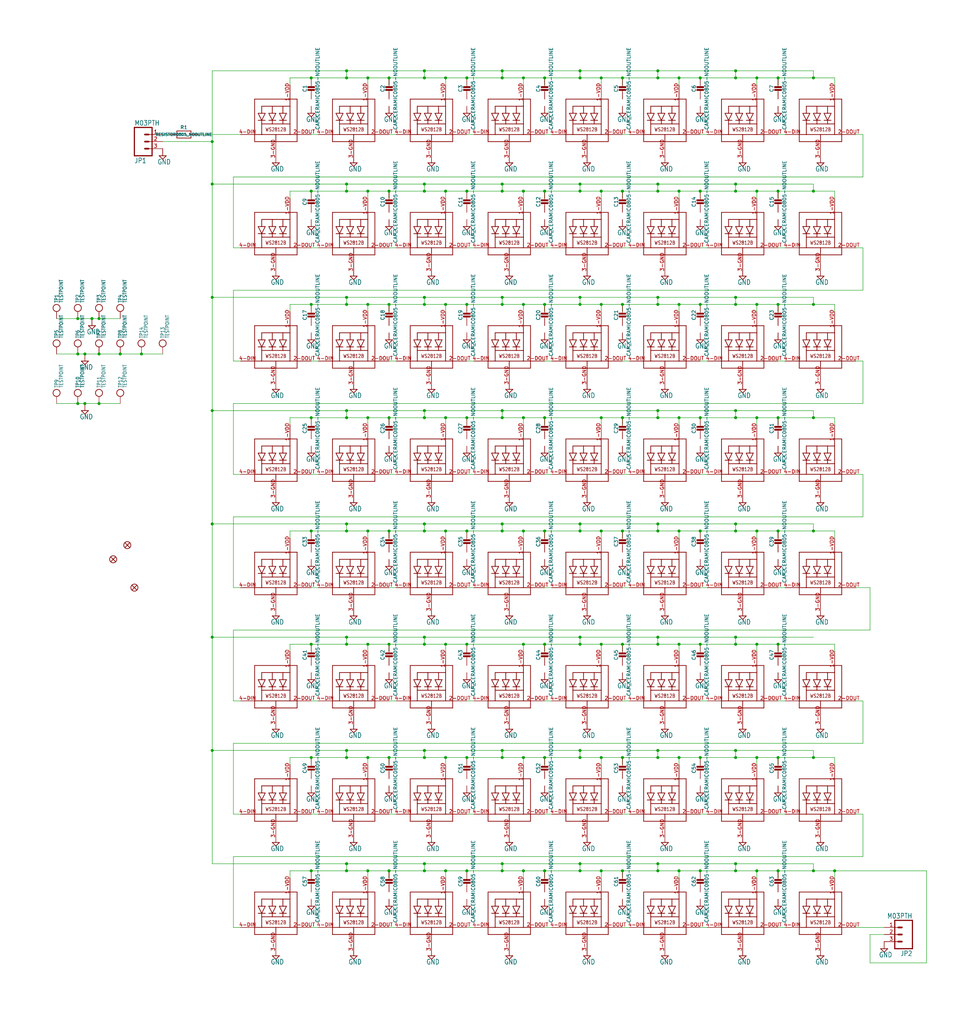
<source format=kicad_sch>
(kicad_sch (version 20211123) (generator eeschema)
  (paper "User" 351.917 367.386)
  (junction (at 152.4 312.42))
  (junction (at 208.28 271.78))
  (junction (at 208.28 309.88))
  (junction (at 292.1 27.94))
  (junction (at 124.46 231.14))
  (junction (at 152.4 309.88))
  (junction (at 111.76 190.5))
  (junction (at 236.22 147.32))
  (junction (at 76.2 228.6))
  (junction (at 251.46 109.22))
  (junction (at 279.4 312.42))
  (junction (at 223.52 231.14))
  (junction (at 271.78 27.94))
  (junction (at 167.64 231.14))
  (junction (at 160.02 271.78))
  (junction (at 208.28 25.4))
  (junction (at 236.22 68.58))
  (junction (at 167.64 27.94))
  (junction (at 139.7 149.86))
  (junction (at 152.4 190.5))
  (junction (at 264.16 109.22))
  (junction (at 208.28 269.24))
  (junction (at 292.1 149.86))
  (junction (at 236.22 312.42))
  (junction (at 124.46 309.88))
  (junction (at 139.7 312.42))
  (junction (at 243.84 68.58))
  (junction (at 223.52 68.58))
  (junction (at 160.02 149.86))
  (junction (at 152.4 231.14))
  (junction (at 215.9 312.42))
  (junction (at 264.16 309.88))
  (junction (at 180.34 106.68))
  (junction (at 223.52 149.86))
  (junction (at 160.02 109.22))
  (junction (at 30.48 144.78))
  (junction (at 208.28 190.5))
  (junction (at 236.22 271.78))
  (junction (at 187.96 231.14))
  (junction (at 43.18 127))
  (junction (at 279.4 231.14))
  (junction (at 152.4 147.32))
  (junction (at 264.16 25.4))
  (junction (at 167.64 190.5))
  (junction (at 111.76 312.42))
  (junction (at 76.2 187.96))
  (junction (at 271.78 190.5))
  (junction (at 152.4 106.68))
  (junction (at 167.64 109.22))
  (junction (at 215.9 27.94))
  (junction (at 292.1 312.42))
  (junction (at 279.4 27.94))
  (junction (at 167.64 312.42))
  (junction (at 195.58 190.5))
  (junction (at 271.78 231.14))
  (junction (at 208.28 231.14))
  (junction (at 124.46 312.42))
  (junction (at 271.78 271.78))
  (junction (at 180.34 187.96))
  (junction (at 243.84 149.86))
  (junction (at 27.94 114.3))
  (junction (at 180.34 68.58))
  (junction (at 124.46 25.4))
  (junction (at 124.46 190.5))
  (junction (at 243.84 231.14))
  (junction (at 236.22 187.96))
  (junction (at 76.2 106.68))
  (junction (at 236.22 269.24))
  (junction (at 223.52 27.94))
  (junction (at 243.84 190.5))
  (junction (at 180.34 149.86))
  (junction (at 180.34 269.24))
  (junction (at 236.22 190.5))
  (junction (at 208.28 312.42))
  (junction (at 132.08 231.14))
  (junction (at 251.46 68.58))
  (junction (at 264.16 106.68))
  (junction (at 167.64 271.78))
  (junction (at 223.52 109.22))
  (junction (at 187.96 68.58))
  (junction (at 167.64 149.86))
  (junction (at 124.46 106.68))
  (junction (at 152.4 187.96))
  (junction (at 132.08 109.22))
  (junction (at 124.46 228.6))
  (junction (at 236.22 228.6))
  (junction (at 223.52 312.42))
  (junction (at 264.16 271.78))
  (junction (at 264.16 190.5))
  (junction (at 264.16 187.96))
  (junction (at 139.7 190.5))
  (junction (at 195.58 312.42))
  (junction (at 160.02 231.14))
  (junction (at 111.76 109.22))
  (junction (at 35.56 144.78))
  (junction (at 139.7 109.22))
  (junction (at 152.4 109.22))
  (junction (at 195.58 271.78))
  (junction (at 292.1 271.78))
  (junction (at 251.46 271.78))
  (junction (at 264.16 231.14))
  (junction (at 111.76 231.14))
  (junction (at 139.7 271.78))
  (junction (at 271.78 68.58))
  (junction (at 160.02 68.58))
  (junction (at 124.46 66.04))
  (junction (at 264.16 66.04))
  (junction (at 279.4 109.22))
  (junction (at 215.9 271.78))
  (junction (at 152.4 269.24))
  (junction (at 160.02 312.42))
  (junction (at 180.34 66.04))
  (junction (at 215.9 190.5))
  (junction (at 152.4 25.4))
  (junction (at 208.28 66.04))
  (junction (at 236.22 25.4))
  (junction (at 152.4 68.58))
  (junction (at 279.4 68.58))
  (junction (at 236.22 66.04))
  (junction (at 264.16 228.6))
  (junction (at 292.1 68.58))
  (junction (at 160.02 27.94))
  (junction (at 195.58 149.86))
  (junction (at 251.46 231.14))
  (junction (at 132.08 68.58))
  (junction (at 35.56 114.3))
  (junction (at 132.08 149.86))
  (junction (at 180.34 109.22))
  (junction (at 208.28 228.6))
  (junction (at 124.46 147.32))
  (junction (at 236.22 149.86))
  (junction (at 139.7 68.58))
  (junction (at 111.76 27.94))
  (junction (at 208.28 27.94))
  (junction (at 187.96 149.86))
  (junction (at 236.22 27.94))
  (junction (at 243.84 312.42))
  (junction (at 264.16 27.94))
  (junction (at 124.46 187.96))
  (junction (at 251.46 190.5))
  (junction (at 180.34 25.4))
  (junction (at 271.78 149.86))
  (junction (at 236.22 106.68))
  (junction (at 299.72 312.42))
  (junction (at 215.9 149.86))
  (junction (at 132.08 312.42))
  (junction (at 271.78 109.22))
  (junction (at 152.4 27.94))
  (junction (at 27.94 127))
  (junction (at 187.96 271.78))
  (junction (at 27.94 144.78))
  (junction (at 279.4 149.86))
  (junction (at 264.16 269.24))
  (junction (at 292.1 109.22))
  (junction (at 264.16 149.86))
  (junction (at 139.7 231.14))
  (junction (at 187.96 190.5))
  (junction (at 208.28 68.58))
  (junction (at 223.52 271.78))
  (junction (at 152.4 149.86))
  (junction (at 208.28 187.96))
  (junction (at 215.9 231.14))
  (junction (at 124.46 68.58))
  (junction (at 124.46 27.94))
  (junction (at 208.28 109.22))
  (junction (at 76.2 269.24))
  (junction (at 195.58 27.94))
  (junction (at 187.96 109.22))
  (junction (at 236.22 109.22))
  (junction (at 195.58 231.14))
  (junction (at 180.34 147.32))
  (junction (at 251.46 312.42))
  (junction (at 132.08 190.5))
  (junction (at 124.46 109.22))
  (junction (at 76.2 147.32))
  (junction (at 76.2 66.04))
  (junction (at 132.08 27.94))
  (junction (at 167.64 68.58))
  (junction (at 243.84 109.22))
  (junction (at 187.96 27.94))
  (junction (at 33.02 114.3))
  (junction (at 111.76 271.78))
  (junction (at 111.76 149.86))
  (junction (at 139.7 27.94))
  (junction (at 76.2 50.8))
  (junction (at 180.34 27.94))
  (junction (at 279.4 271.78))
  (junction (at 236.22 231.14))
  (junction (at 152.4 271.78))
  (junction (at 152.4 228.6))
  (junction (at 195.58 68.58))
  (junction (at 152.4 66.04))
  (junction (at 223.52 190.5))
  (junction (at 264.16 68.58))
  (junction (at 180.34 312.42))
  (junction (at 132.08 271.78))
  (junction (at 187.96 312.42))
  (junction (at 35.56 127))
  (junction (at 180.34 190.5))
  (junction (at 160.02 190.5))
  (junction (at 264.16 147.32))
  (junction (at 236.22 309.88))
  (junction (at 111.76 68.58))
  (junction (at 279.4 190.5))
  (junction (at 292.1 190.5))
  (junction (at 215.9 109.22))
  (junction (at 208.28 106.68))
  (junction (at 271.78 312.42))
  (junction (at 195.58 109.22))
  (junction (at 180.34 309.88))
  (junction (at 30.48 127))
  (junction (at 50.8 127))
  (junction (at 124.46 269.24))
  (junction (at 243.84 27.94))
  (junction (at 215.9 68.58))
  (junction (at 264.16 312.42))
  (junction (at 124.46 271.78))
  (junction (at 180.34 271.78))
  (junction (at 251.46 149.86))
  (junction (at 243.84 271.78))
  (junction (at 124.46 149.86))
  (junction (at 251.46 27.94))
  (wire (pts (xy 312.42 210.82) (xy 312.42 226.06)))
  (wire (pts (xy 292.1 269.24) (xy 292.1 271.78)))
  (wire (pts (xy 83.82 129.54) (xy 86.36 129.54)))
  (wire (pts (xy 309.88 104.14) (xy 83.82 104.14)))
  (wire (pts (xy 198.12 292.1) (xy 195.58 292.1)))
  (wire (pts (xy 111.76 68.58) (xy 124.46 68.58)))
  (wire (pts (xy 187.96 231.14) (xy 195.58 231.14)))
  (wire (pts (xy 223.52 231.14) (xy 236.22 231.14)))
  (wire (pts (xy 30.48 127) (xy 35.56 127)))
  (wire (pts (xy 236.22 228.6) (xy 264.16 228.6)))
  (wire (pts (xy 111.76 109.22) (xy 124.46 109.22)))
  (wire (pts (xy 160.02 190.5) (xy 167.64 190.5)))
  (wire (pts (xy 180.34 149.86) (xy 187.96 149.86)))
  (wire (pts (xy 167.64 68.58) (xy 167.64 71.12)))
  (wire (pts (xy 180.34 190.5) (xy 180.34 187.96)))
  (wire (pts (xy 236.22 312.42) (xy 243.84 312.42)))
  (wire (pts (xy 20.32 127) (xy 27.94 127)))
  (wire (pts (xy 264.16 190.5) (xy 271.78 190.5)))
  (wire (pts (xy 124.46 187.96) (xy 152.4 187.96)))
  (wire (pts (xy 264.16 68.58) (xy 264.16 66.04)))
  (wire (pts (xy 152.4 187.96) (xy 180.34 187.96)))
  (wire (pts (xy 223.52 27.94) (xy 236.22 27.94)))
  (wire (pts (xy 111.76 312.42) (xy 124.46 312.42)))
  (wire (pts (xy 76.2 269.24) (xy 124.46 269.24)))
  (wire (pts (xy 223.52 68.58) (xy 236.22 68.58)))
  (wire (pts (xy 312.42 335.28) (xy 312.42 345.44)))
  (wire (pts (xy 187.96 71.12) (xy 187.96 68.58)))
  (wire (pts (xy 152.4 231.14) (xy 152.4 228.6)))
  (wire (pts (xy 271.78 193.04) (xy 271.78 190.5)))
  (wire (pts (xy 243.84 30.48) (xy 243.84 27.94)))
  (wire (pts (xy 187.96 149.86) (xy 195.58 149.86)))
  (wire (pts (xy 279.4 231.14) (xy 299.72 231.14)))
  (wire (pts (xy 309.88 48.26) (xy 309.88 63.5)))
  (wire (pts (xy 271.78 68.58) (xy 279.4 68.58)))
  (wire (pts (xy 208.28 309.88) (xy 236.22 309.88)))
  (wire (pts (xy 187.96 193.04) (xy 187.96 190.5)))
  (wire (pts (xy 76.2 309.88) (xy 76.2 269.24)))
  (wire (pts (xy 264.16 312.42) (xy 271.78 312.42)))
  (wire (pts (xy 104.14 233.68) (xy 104.14 231.14)))
  (wire (pts (xy 132.08 71.12) (xy 132.08 68.58)))
  (wire (pts (xy 71.12 48.26) (xy 86.36 48.26)))
  (wire (pts (xy 195.58 312.42) (xy 195.58 314.96)))
  (wire (pts (xy 187.96 27.94) (xy 195.58 27.94)))
  (wire (pts (xy 160.02 312.42) (xy 167.64 312.42)))
  (wire (pts (xy 236.22 190.5) (xy 243.84 190.5)))
  (wire (pts (xy 236.22 25.4) (xy 264.16 25.4)))
  (wire (pts (xy 124.46 27.94) (xy 124.46 25.4)))
  (wire (pts (xy 215.9 233.68) (xy 215.9 231.14)))
  (wire (pts (xy 309.88 144.78) (xy 83.82 144.78)))
  (wire (pts (xy 170.18 170.18) (xy 167.64 170.18)))
  (wire (pts (xy 254 251.46) (xy 251.46 251.46)))
  (wire (pts (xy 223.52 312.42) (xy 236.22 312.42)))
  (wire (pts (xy 180.34 109.22) (xy 187.96 109.22)))
  (wire (pts (xy 208.28 190.5) (xy 215.9 190.5)))
  (wire (pts (xy 132.08 312.42) (xy 139.7 312.42)))
  (wire (pts (xy 111.76 190.5) (xy 124.46 190.5)))
  (wire (pts (xy 124.46 312.42) (xy 132.08 312.42)))
  (wire (pts (xy 76.2 50.8) (xy 76.2 66.04)))
  (wire (pts (xy 76.2 147.32) (xy 124.46 147.32)))
  (wire (pts (xy 160.02 314.96) (xy 160.02 312.42)))
  (wire (pts (xy 132.08 190.5) (xy 139.7 190.5)))
  (wire (pts (xy 104.14 149.86) (xy 111.76 149.86)))
  (wire (pts (xy 187.96 109.22) (xy 195.58 109.22)))
  (wire (pts (xy 142.24 332.74) (xy 139.7 332.74)))
  (wire (pts (xy 236.22 149.86) (xy 243.84 149.86)))
  (wire (pts (xy 254 210.82) (xy 251.46 210.82)))
  (wire (pts (xy 152.4 309.88) (xy 180.34 309.88)))
  (wire (pts (xy 215.9 274.32) (xy 215.9 271.78)))
  (wire (pts (xy 254 332.74) (xy 251.46 332.74)))
  (wire (pts (xy 208.28 109.22) (xy 208.28 106.68)))
  (wire (pts (xy 271.78 233.68) (xy 271.78 231.14)))
  (wire (pts (xy 223.52 190.5) (xy 223.52 193.04)))
  (wire (pts (xy 180.34 312.42) (xy 180.34 309.88)))
  (wire (pts (xy 307.34 292.1) (xy 309.88 292.1)))
  (wire (pts (xy 167.64 271.78) (xy 180.34 271.78)))
  (wire (pts (xy 309.88 129.54) (xy 309.88 144.78)))
  (wire (pts (xy 215.9 271.78) (xy 223.52 271.78)))
  (wire (pts (xy 281.94 129.54) (xy 279.4 129.54)))
  (wire (pts (xy 243.84 68.58) (xy 251.46 68.58)))
  (wire (pts (xy 152.4 312.42) (xy 152.4 309.88)))
  (wire (pts (xy 124.46 68.58) (xy 124.46 66.04)))
  (wire (pts (xy 35.56 114.3) (xy 43.18 114.3)))
  (wire (pts (xy 264.16 271.78) (xy 264.16 269.24)))
  (wire (pts (xy 243.84 111.76) (xy 243.84 109.22)))
  (wire (pts (xy 114.3 129.54) (xy 111.76 129.54)))
  (wire (pts (xy 236.22 68.58) (xy 236.22 66.04)))
  (wire (pts (xy 271.78 71.12) (xy 271.78 68.58)))
  (wire (pts (xy 271.78 27.94) (xy 279.4 27.94)))
  (wire (pts (xy 111.76 149.86) (xy 111.76 152.4)))
  (wire (pts (xy 152.4 312.42) (xy 160.02 312.42)))
  (wire (pts (xy 226.06 170.18) (xy 223.52 170.18)))
  (wire (pts (xy 243.84 152.4) (xy 243.84 149.86)))
  (wire (pts (xy 281.94 292.1) (xy 279.4 292.1)))
  (wire (pts (xy 83.82 88.9) (xy 86.36 88.9)))
  (wire (pts (xy 208.28 312.42) (xy 208.28 309.88)))
  (wire (pts (xy 132.08 149.86) (xy 139.7 149.86)))
  (wire (pts (xy 264.16 66.04) (xy 292.1 66.04)))
  (wire (pts (xy 264.16 106.68) (xy 292.1 106.68)))
  (wire (pts (xy 180.34 187.96) (xy 208.28 187.96)))
  (wire (pts (xy 243.84 71.12) (xy 243.84 68.58)))
  (wire (pts (xy 281.94 170.18) (xy 279.4 170.18)))
  (wire (pts (xy 208.28 231.14) (xy 215.9 231.14)))
  (wire (pts (xy 83.82 266.7) (xy 83.82 292.1)))
  (wire (pts (xy 251.46 109.22) (xy 264.16 109.22)))
  (wire (pts (xy 226.06 292.1) (xy 223.52 292.1)))
  (wire (pts (xy 215.9 149.86) (xy 223.52 149.86)))
  (wire (pts (xy 271.78 152.4) (xy 271.78 149.86)))
  (wire (pts (xy 309.88 88.9) (xy 309.88 104.14)))
  (wire (pts (xy 139.7 27.94) (xy 139.7 30.48)))
  (wire (pts (xy 251.46 27.94) (xy 264.16 27.94)))
  (wire (pts (xy 50.8 127) (xy 58.42 127)))
  (wire (pts (xy 124.46 190.5) (xy 124.46 187.96)))
  (wire (pts (xy 236.22 269.24) (xy 264.16 269.24)))
  (wire (pts (xy 223.52 271.78) (xy 223.52 274.32)))
  (wire (pts (xy 223.52 149.86) (xy 223.52 152.4)))
  (wire (pts (xy 139.7 109.22) (xy 139.7 111.76)))
  (wire (pts (xy 83.82 63.5) (xy 83.82 88.9)))
  (wire (pts (xy 124.46 269.24) (xy 152.4 269.24)))
  (wire (pts (xy 292.1 149.86) (xy 299.72 149.86)))
  (wire (pts (xy 251.46 312.42) (xy 264.16 312.42)))
  (wire (pts (xy 83.82 307.34) (xy 83.82 332.74)))
  (wire (pts (xy 195.58 231.14) (xy 195.58 233.68)))
  (wire (pts (xy 243.84 233.68) (xy 243.84 231.14)))
  (wire (pts (xy 208.28 68.58) (xy 208.28 66.04)))
  (wire (pts (xy 208.28 228.6) (xy 236.22 228.6)))
  (wire (pts (xy 180.34 312.42) (xy 187.96 312.42)))
  (wire (pts (xy 76.2 269.24) (xy 76.2 228.6)))
  (wire (pts (xy 160.02 274.32) (xy 160.02 271.78)))
  (wire (pts (xy 208.28 66.04) (xy 236.22 66.04)))
  (wire (pts (xy 195.58 190.5) (xy 195.58 193.04)))
  (wire (pts (xy 170.18 332.74) (xy 167.64 332.74)))
  (wire (pts (xy 307.34 170.18) (xy 309.88 170.18)))
  (wire (pts (xy 104.14 314.96) (xy 104.14 312.42)))
  (wire (pts (xy 124.46 25.4) (xy 152.4 25.4)))
  (wire (pts (xy 76.2 187.96) (xy 124.46 187.96)))
  (wire (pts (xy 132.08 68.58) (xy 139.7 68.58)))
  (wire (pts (xy 104.14 30.48) (xy 104.14 27.94)))
  (wire (pts (xy 198.12 210.82) (xy 195.58 210.82)))
  (wire (pts (xy 236.22 309.88) (xy 264.16 309.88)))
  (wire (pts (xy 215.9 27.94) (xy 223.52 27.94)))
  (wire (pts (xy 132.08 111.76) (xy 132.08 109.22)))
  (wire (pts (xy 167.64 27.94) (xy 167.64 30.48)))
  (wire (pts (xy 279.4 149.86) (xy 292.1 149.86)))
  (wire (pts (xy 124.46 231.14) (xy 132.08 231.14)))
  (wire (pts (xy 309.88 307.34) (xy 83.82 307.34)))
  (wire (pts (xy 198.12 48.26) (xy 195.58 48.26)))
  (wire (pts (xy 35.56 127) (xy 43.18 127)))
  (wire (pts (xy 292.1 190.5) (xy 299.72 190.5)))
  (wire (pts (xy 180.34 190.5) (xy 187.96 190.5)))
  (wire (pts (xy 76.2 147.32) (xy 76.2 187.96)))
  (wire (pts (xy 281.94 210.82) (xy 279.4 210.82)))
  (wire (pts (xy 111.76 231.14) (xy 111.76 233.68)))
  (wire (pts (xy 236.22 27.94) (xy 243.84 27.94)))
  (wire (pts (xy 83.82 251.46) (xy 86.36 251.46)))
  (wire (pts (xy 208.28 269.24) (xy 236.22 269.24)))
  (wire (pts (xy 309.88 185.42) (xy 83.82 185.42)))
  (wire (pts (xy 243.84 109.22) (xy 251.46 109.22)))
  (wire (pts (xy 279.4 27.94) (xy 292.1 27.94)))
  (wire (pts (xy 104.14 274.32) (xy 104.14 271.78)))
  (wire (pts (xy 104.14 193.04) (xy 104.14 190.5)))
  (wire (pts (xy 198.12 170.18) (xy 195.58 170.18)))
  (wire (pts (xy 309.88 292.1) (xy 309.88 307.34)))
  (wire (pts (xy 254 129.54) (xy 251.46 129.54)))
  (wire (pts (xy 170.18 129.54) (xy 167.64 129.54)))
  (wire (pts (xy 160.02 149.86) (xy 167.64 149.86)))
  (wire (pts (xy 307.34 88.9) (xy 309.88 88.9)))
  (wire (pts (xy 299.72 71.12) (xy 299.72 68.58)))
  (wire (pts (xy 167.64 109.22) (xy 180.34 109.22)))
  (wire (pts (xy 307.34 129.54) (xy 309.88 129.54)))
  (wire (pts (xy 251.46 190.5) (xy 251.46 193.04)))
  (wire (pts (xy 76.2 66.04) (xy 76.2 106.68)))
  (wire (pts (xy 124.46 190.5) (xy 132.08 190.5)))
  (wire (pts (xy 215.9 111.76) (xy 215.9 109.22)))
  (wire (pts (xy 30.48 144.78) (xy 35.56 144.78)))
  (wire (pts (xy 187.96 30.48) (xy 187.96 27.94)))
  (wire (pts (xy 264.16 149.86) (xy 271.78 149.86)))
  (wire (pts (xy 307.34 251.46) (xy 309.88 251.46)))
  (wire (pts (xy 132.08 30.48) (xy 132.08 27.94)))
  (wire (pts (xy 111.76 68.58) (xy 111.76 71.12)))
  (wire (pts (xy 180.34 147.32) (xy 236.22 147.32)))
  (wire (pts (xy 251.46 68.58) (xy 264.16 68.58)))
  (wire (pts (xy 264.16 68.58) (xy 271.78 68.58)))
  (wire (pts (xy 160.02 71.12) (xy 160.02 68.58)))
  (wire (pts (xy 180.34 27.94) (xy 187.96 27.94)))
  (wire (pts (xy 195.58 68.58) (xy 208.28 68.58)))
  (wire (pts (xy 226.06 332.74) (xy 223.52 332.74)))
  (wire (pts (xy 111.76 27.94) (xy 124.46 27.94)))
  (wire (pts (xy 142.24 129.54) (xy 139.7 129.54)))
  (wire (pts (xy 243.84 193.04) (xy 243.84 190.5)))
  (wire (pts (xy 139.7 190.5) (xy 152.4 190.5)))
  (wire (pts (xy 264.16 231.14) (xy 264.16 228.6)))
  (wire (pts (xy 271.78 271.78) (xy 279.4 271.78)))
  (wire (pts (xy 236.22 27.94) (xy 236.22 25.4)))
  (wire (pts (xy 223.52 271.78) (xy 236.22 271.78)))
  (wire (pts (xy 299.72 193.04) (xy 299.72 190.5)))
  (wire (pts (xy 83.82 104.14) (xy 83.82 129.54)))
  (wire (pts (xy 142.24 88.9) (xy 139.7 88.9)))
  (wire (pts (xy 279.4 312.42) (xy 279.4 314.96)))
  (wire (pts (xy 27.94 144.78) (xy 30.48 144.78)))
  (wire (pts (xy 152.4 147.32) (xy 180.34 147.32)))
  (wire (pts (xy 83.82 185.42) (xy 83.82 210.82)))
  (wire (pts (xy 104.14 111.76) (xy 104.14 109.22)))
  (wire (pts (xy 167.64 312.42) (xy 180.34 312.42)))
  (wire (pts (xy 160.02 109.22) (xy 167.64 109.22)))
  (wire (pts (xy 254 292.1) (xy 251.46 292.1)))
  (wire (pts (xy 208.28 106.68) (xy 236.22 106.68)))
  (wire (pts (xy 264.16 147.32) (xy 292.1 147.32)))
  (wire (pts (xy 167.64 271.78) (xy 167.64 274.32)))
  (wire (pts (xy 208.28 25.4) (xy 236.22 25.4)))
  (wire (pts (xy 264.16 269.24) (xy 292.1 269.24)))
  (wire (pts (xy 187.96 68.58) (xy 195.58 68.58)))
  (wire (pts (xy 251.46 231.14) (xy 251.46 233.68)))
  (wire (pts (xy 111.76 271.78) (xy 124.46 271.78)))
  (wire (pts (xy 299.72 274.32) (xy 299.72 271.78)))
  (wire (pts (xy 243.84 231.14) (xy 251.46 231.14)))
  (wire (pts (xy 139.7 27.94) (xy 152.4 27.94)))
  (wire (pts (xy 132.08 314.96) (xy 132.08 312.42)))
  (wire (pts (xy 264.16 228.6) (xy 292.1 228.6)))
  (wire (pts (xy 104.14 152.4) (xy 104.14 149.86)))
  (wire (pts (xy 43.18 127) (xy 50.8 127)))
  (wire (pts (xy 226.06 88.9) (xy 223.52 88.9)))
  (wire (pts (xy 180.34 271.78) (xy 187.96 271.78)))
  (wire (pts (xy 76.2 309.88) (xy 124.46 309.88)))
  (wire (pts (xy 114.3 210.82) (xy 111.76 210.82)))
  (wire (pts (xy 195.58 312.42) (xy 208.28 312.42)))
  (wire (pts (xy 271.78 274.32) (xy 271.78 271.78)))
  (wire (pts (xy 236.22 147.32) (xy 264.16 147.32)))
  (wire (pts (xy 251.46 312.42) (xy 251.46 314.96)))
  (wire (pts (xy 195.58 190.5) (xy 208.28 190.5)))
  (wire (pts (xy 243.84 190.5) (xy 251.46 190.5)))
  (wire (pts (xy 281.94 332.74) (xy 279.4 332.74)))
  (wire (pts (xy 132.08 233.68) (xy 132.08 231.14)))
  (wire (pts (xy 124.46 228.6) (xy 152.4 228.6)))
  (wire (pts (xy 243.84 312.42) (xy 251.46 312.42)))
  (wire (pts (xy 299.72 233.68) (xy 299.72 231.14)))
  (wire (pts (xy 187.96 274.32) (xy 187.96 271.78)))
  (wire (pts (xy 139.7 312.42) (xy 139.7 314.96)))
  (wire (pts (xy 236.22 271.78) (xy 243.84 271.78)))
  (wire (pts (xy 307.34 210.82) (xy 312.42 210.82)))
  (wire (pts (xy 180.34 68.58) (xy 180.34 66.04)))
  (wire (pts (xy 152.4 27.94) (xy 152.4 25.4)))
  (wire (pts (xy 279.4 190.5) (xy 292.1 190.5)))
  (wire (pts (xy 309.88 251.46) (xy 309.88 266.7)))
  (wire (pts (xy 167.64 231.14) (xy 167.64 233.68)))
  (wire (pts (xy 223.52 312.42) (xy 223.52 314.96)))
  (wire (pts (xy 152.4 109.22) (xy 160.02 109.22)))
  (wire (pts (xy 279.4 27.94) (xy 279.4 30.48)))
  (wire (pts (xy 208.28 27.94) (xy 215.9 27.94)))
  (wire (pts (xy 114.3 170.18) (xy 111.76 170.18)))
  (wire (pts (xy 292.1 106.68) (xy 292.1 109.22)))
  (wire (pts (xy 142.24 170.18) (xy 139.7 170.18)))
  (wire (pts (xy 58.42 48.26) (xy 60.96 48.26)))
  (wire (pts (xy 160.02 68.58) (xy 167.64 68.58)))
  (wire (pts (xy 264.16 312.42) (xy 264.16 309.88)))
  (wire (pts (xy 167.64 149.86) (xy 167.64 152.4)))
  (wire (pts (xy 124.46 109.22) (xy 132.08 109.22)))
  (wire (pts (xy 167.64 149.86) (xy 180.34 149.86)))
  (wire (pts (xy 180.34 25.4) (xy 208.28 25.4)))
  (wire (pts (xy 27.94 114.3) (xy 33.02 114.3)))
  (wire (pts (xy 167.64 312.42) (xy 167.64 314.96)))
  (wire (pts (xy 195.58 271.78) (xy 195.58 274.32)))
  (wire (pts (xy 195.58 231.14) (xy 208.28 231.14)))
  (wire (pts (xy 223.52 109.22) (xy 223.52 111.76)))
  (wire (pts (xy 111.76 149.86) (xy 124.46 149.86)))
  (wire (pts (xy 264.16 27.94) (xy 264.16 25.4)))
  (wire (pts (xy 20.32 114.3) (xy 27.94 114.3)))
  (wire (pts (xy 142.24 48.26) (xy 139.7 48.26)))
  (wire (pts (xy 271.78 109.22) (xy 279.4 109.22)))
  (wire (pts (xy 111.76 312.42) (xy 111.76 314.96)))
  (wire (pts (xy 208.28 187.96) (xy 208.28 190.5)))
  (wire (pts (xy 264.16 187.96) (xy 264.16 190.5)))
  (wire (pts (xy 226.06 210.82) (xy 223.52 210.82)))
  (wire (pts (xy 132.08 152.4) (xy 132.08 149.86)))
  (wire (pts (xy 279.4 109.22) (xy 279.4 111.76)))
  (wire (pts (xy 152.4 68.58) (xy 152.4 66.04)))
  (wire (pts (xy 309.88 266.7) (xy 83.82 266.7)))
  (wire (pts (xy 83.82 332.74) (xy 86.36 332.74)))
  (wire (pts (xy 198.12 332.74) (xy 195.58 332.74)))
  (wire (pts (xy 111.76 109.22) (xy 111.76 111.76)))
  (wire (pts (xy 208.28 271.78) (xy 215.9 271.78)))
  (wire (pts (xy 132.08 193.04) (xy 132.08 190.5)))
  (wire (pts (xy 208.28 312.42) (xy 215.9 312.42)))
  (wire (pts (xy 152.4 27.94) (xy 160.02 27.94)))
  (wire (pts (xy 279.4 312.42) (xy 292.1 312.42)))
  (wire (pts (xy 142.24 210.82) (xy 139.7 210.82)))
  (wire (pts (xy 139.7 312.42) (xy 152.4 312.42)))
  (wire (pts (xy 198.12 129.54) (xy 195.58 129.54)))
  (wire (pts (xy 35.56 144.78) (xy 43.18 144.78)))
  (wire (pts (xy 198.12 251.46) (xy 195.58 251.46)))
  (wire (pts (xy 152.4 109.22) (xy 152.4 106.68)))
  (wire (pts (xy 167.64 190.5) (xy 167.64 193.04)))
  (wire (pts (xy 264.16 271.78) (xy 271.78 271.78)))
  (wire (pts (xy 292.1 25.4) (xy 292.1 27.94)))
  (wire (pts (xy 132.08 231.14) (xy 139.7 231.14)))
  (wire (pts (xy 264.16 231.14) (xy 271.78 231.14)))
  (wire (pts (xy 139.7 190.5) (xy 139.7 193.04)))
  (wire (pts (xy 180.34 269.24) (xy 208.28 269.24)))
  (wire (pts (xy 139.7 231.14) (xy 139.7 233.68)))
  (wire (pts (xy 243.84 314.96) (xy 243.84 312.42)))
  (wire (pts (xy 251.46 149.86) (xy 251.46 152.4)))
  (wire (pts (xy 124.46 106.68) (xy 152.4 106.68)))
  (wire (pts (xy 251.46 231.14) (xy 264.16 231.14)))
  (wire (pts (xy 124.46 271.78) (xy 124.46 269.24)))
  (wire (pts (xy 124.46 68.58) (xy 132.08 68.58)))
  (wire (pts (xy 223.52 68.58) (xy 223.52 71.12)))
  (wire (pts (xy 292.1 312.42) (xy 299.72 312.42)))
  (wire (pts (xy 195.58 68.58) (xy 195.58 71.12)))
  (wire (pts (xy 180.34 309.88) (xy 208.28 309.88)))
  (wire (pts (xy 152.4 231.14) (xy 160.02 231.14)))
  (wire (pts (xy 208.28 187.96) (xy 236.22 187.96)))
  (wire (pts (xy 309.88 170.18) (xy 309.88 185.42)))
  (wire (pts (xy 236.22 231.14) (xy 236.22 228.6)))
  (wire (pts (xy 152.4 228.6) (xy 208.28 228.6)))
  (wire (pts (xy 180.34 106.68) (xy 208.28 106.68)))
  (wire (pts (xy 160.02 271.78) (xy 167.64 271.78)))
  (wire (pts (xy 142.24 251.46) (xy 139.7 251.46)))
  (wire (pts (xy 236.22 231.14) (xy 243.84 231.14)))
  (wire (pts (xy 292.1 147.32) (xy 292.1 149.86)))
  (wire (pts (xy 104.14 27.94) (xy 111.76 27.94)))
  (wire (pts (xy 170.18 210.82) (xy 167.64 210.82)))
  (wire (pts (xy 307.34 332.74) (xy 317.5 332.74)))
  (wire (pts (xy 111.76 27.94) (xy 111.76 30.48)))
  (wire (pts (xy 76.2 106.68) (xy 124.46 106.68)))
  (wire (pts (xy 254 170.18) (xy 251.46 170.18)))
  (wire (pts (xy 195.58 109.22) (xy 208.28 109.22)))
  (wire (pts (xy 215.9 71.12) (xy 215.9 68.58)))
  (wire (pts (xy 20.32 144.78) (xy 27.94 144.78)))
  (wire (pts (xy 251.46 68.58) (xy 251.46 71.12)))
  (wire (pts (xy 187.96 152.4) (xy 187.96 149.86)))
  (wire (pts (xy 180.34 27.94) (xy 180.34 25.4)))
  (wire (pts (xy 83.82 292.1) (xy 86.36 292.1)))
  (wire (pts (xy 180.34 109.22) (xy 180.34 106.68)))
  (wire (pts (xy 223.52 190.5) (xy 236.22 190.5)))
  (wire (pts (xy 251.46 271.78) (xy 251.46 274.32)))
  (wire (pts (xy 58.42 50.8) (xy 76.2 50.8)))
  (wire (pts (xy 251.46 109.22) (xy 251.46 111.76)))
  (wire (pts (xy 292.1 27.94) (xy 299.72 27.94)))
  (wire (pts (xy 167.64 109.22) (xy 167.64 111.76)))
  (wire (pts (xy 292.1 68.58) (xy 299.72 68.58)))
  (wire (pts (xy 281.94 251.46) (xy 279.4 251.46)))
  (wire (pts (xy 139.7 149.86) (xy 139.7 152.4)))
  (wire (pts (xy 139.7 68.58) (xy 139.7 71.12)))
  (wire (pts (xy 139.7 231.14) (xy 152.4 231.14)))
  (wire (pts (xy 264.16 149.86) (xy 264.16 147.32)))
  (wire (pts (xy 236.22 106.68) (xy 264.16 106.68)))
  (wire (pts (xy 195.58 109.22) (xy 195.58 111.76)))
  (wire (pts (xy 208.28 109.22) (xy 215.9 109.22)))
  (wire (pts (xy 215.9 109.22) (xy 223.52 109.22)))
  (wire (pts (xy 160.02 27.94) (xy 167.64 27.94)))
  (wire (pts (xy 279.4 271.78) (xy 292.1 271.78)))
  (wire (pts (xy 279.4 68.58) (xy 292.1 68.58)))
  (wire (pts (xy 243.84 274.32) (xy 243.84 271.78)))
  (wire (pts (xy 264.16 187.96) (xy 292.1 187.96)))
  (wire (pts (xy 139.7 109.22) (xy 152.4 109.22)))
  (wire (pts (xy 187.96 312.42) (xy 195.58 312.42)))
  (wire (pts (xy 104.14 271.78) (xy 111.76 271.78)))
  (wire (pts (xy 281.94 48.26) (xy 279.4 48.26)))
  (wire (pts (xy 152.4 66.04) (xy 180.34 66.04)))
  (wire (pts (xy 243.84 271.78) (xy 251.46 271.78)))
  (wire (pts (xy 236.22 271.78) (xy 236.22 269.24)))
  (wire (pts (xy 152.4 187.96) (xy 152.4 190.5)))
  (wire (pts (xy 83.82 170.18) (xy 86.36 170.18)))
  (wire (pts (xy 160.02 111.76) (xy 160.02 109.22)))
  (wire (pts (xy 299.72 152.4) (xy 299.72 149.86)))
  (wire (pts (xy 124.46 309.88) (xy 152.4 309.88)))
  (wire (pts (xy 251.46 190.5) (xy 264.16 190.5)))
  (wire (pts (xy 223.52 149.86) (xy 236.22 149.86)))
  (wire (pts (xy 271.78 314.96) (xy 271.78 312.42)))
  (wire (pts (xy 104.14 109.22) (xy 111.76 109.22)))
  (wire (pts (xy 271.78 111.76) (xy 271.78 109.22)))
  (wire (pts (xy 292.1 66.04) (xy 292.1 68.58)))
  (wire (pts (xy 215.9 152.4) (xy 215.9 149.86)))
  (wire (pts (xy 187.96 271.78) (xy 195.58 271.78)))
  (wire (pts (xy 111.76 231.14) (xy 124.46 231.14)))
  (wire (pts (xy 215.9 68.58) (xy 223.52 68.58)))
  (wire (pts (xy 124.46 147.32) (xy 152.4 147.32)))
  (wire (pts (xy 187.96 233.68) (xy 187.96 231.14)))
  (wire (pts (xy 299.72 30.48) (xy 299.72 27.94)))
  (wire (pts (xy 124.46 231.14) (xy 124.46 228.6)))
  (wire (pts (xy 236.22 187.96) (xy 264.16 187.96)))
  (wire (pts (xy 292.1 109.22) (xy 299.72 109.22)))
  (wire (pts (xy 76.2 66.04) (xy 124.46 66.04)))
  (wire (pts (xy 271.78 190.5) (xy 279.4 190.5)))
  (wire (pts (xy 160.02 193.04) (xy 160.02 190.5)))
  (wire (pts (xy 33.02 114.3) (xy 35.56 114.3)))
  (wire (pts (xy 114.3 292.1) (xy 111.76 292.1)))
  (wire (pts (xy 279.4 109.22) (xy 292.1 109.22)))
  (wire (pts (xy 208.28 27.94) (xy 208.28 25.4)))
  (wire (pts (xy 281.94 88.9) (xy 279.4 88.9)))
  (wire (pts (xy 180.34 271.78) (xy 180.34 269.24)))
  (wire (pts (xy 114.3 88.9) (xy 111.76 88.9)))
  (wire (pts (xy 226.06 251.46) (xy 223.52 251.46)))
  (wire (pts (xy 236.22 66.04) (xy 264.16 66.04)))
  (wire (pts (xy 132.08 274.32) (xy 132.08 271.78)))
  (wire (pts (xy 271.78 312.42) (xy 279.4 312.42)))
  (wire (pts (xy 152.4 68.58) (xy 160.02 68.58)))
  (wire (pts (xy 104.14 190.5) (xy 111.76 190.5)))
  (wire (pts (xy 223.52 231.14) (xy 223.52 233.68)))
  (wire (pts (xy 76.2 228.6) (xy 124.46 228.6)))
  (wire (pts (xy 104.14 231.14) (xy 111.76 231.14)))
  (wire (pts (xy 152.4 149.86) (xy 160.02 149.86)))
  (wire (pts (xy 124.46 27.94) (xy 132.08 27.94)))
  (wire (pts (xy 332.74 312.42) (xy 299.72 312.42)))
  (wire (pts (xy 279.4 68.58) (xy 279.4 71.12)))
  (wire (pts (xy 114.3 332.74) (xy 111.76 332.74)))
  (wire (pts (xy 309.88 63.5) (xy 83.82 63.5)))
  (wire (pts (xy 254 88.9) (xy 251.46 88.9)))
  (wire (pts (xy 279.4 231.14) (xy 279.4 233.68)))
  (wire (pts (xy 243.84 149.86) (xy 251.46 149.86)))
  (wire (pts (xy 124.46 109.22) (xy 124.46 106.68)))
  (wire (pts (xy 264.16 27.94) (xy 271.78 27.94)))
  (wire (pts (xy 152.4 269.24) (xy 180.34 269.24)))
  (wire (pts (xy 160.02 152.4) (xy 160.02 149.86)))
  (wire (pts (xy 139.7 271.78) (xy 152.4 271.78)))
  (wire (pts (xy 139.7 68.58) (xy 152.4 68.58)))
  (wire (pts (xy 271.78 231.14) (xy 279.4 231.14)))
  (wire (pts (xy 292.1 271.78) (xy 299.72 271.78)))
  (wire (pts (xy 111.76 190.5) (xy 111.76 193.04)))
  (wire (pts (xy 236.22 149.86) (xy 236.22 147.32)))
  (wire (pts (xy 215.9 312.42) (xy 223.52 312.42)))
  (wire (pts (xy 195.58 27.94) (xy 208.28 27.94)))
  (wire (pts (xy 180.34 66.04) (xy 208.28 66.04)))
  (wire (pts (xy 124.46 66.04) (xy 152.4 66.04)))
  (wire (pts (xy 76.2 106.68) (xy 76.2 147.32)))
  (wire (pts (xy 195.58 149.86) (xy 215.9 149.86)))
  (wire (pts (xy 279.4 271.78) (xy 279.4 274.32)))
  (wire (pts (xy 139.7 271.78) (xy 139.7 274.32)))
  (wire (pts (xy 152.4 25.4) (xy 180.34 25.4)))
  (wire (pts (xy 271.78 149.86) (xy 279.4 149.86)))
  (wire (pts (xy 292.1 187.96) (xy 292.1 190.5)))
  (wire (pts (xy 83.82 210.82) (xy 86.36 210.82)))
  (wire (pts (xy 170.18 48.26) (xy 167.64 48.26)))
  (wire (pts (xy 76.2 25.4) (xy 124.46 25.4)))
  (wire (pts (xy 27.94 127) (xy 30.48 127)))
  (wire (pts (xy 332.74 345.44) (xy 332.74 312.42)))
  (wire (pts (xy 152.4 190.5) (xy 160.02 190.5)))
  (wire (pts (xy 124.46 312.42) (xy 124.46 309.88)))
  (wire (pts (xy 124.46 271.78) (xy 132.08 271.78)))
  (wire (pts (xy 180.34 68.58) (xy 187.96 68.58)))
  (wire (pts (xy 312.42 226.06) (xy 83.82 226.06)))
  (wire (pts (xy 215.9 30.48) (xy 215.9 27.94)))
  (wire (pts (xy 76.2 187.96) (xy 76.2 228.6)))
  (wire (pts (xy 236.22 109.22) (xy 236.22 106.68)))
  (wire (pts (xy 152.4 271.78) (xy 160.02 271.78)))
  (wire (pts (xy 132.08 27.94) (xy 139.7 27.94)))
  (wire (pts (xy 215.9 193.04) (xy 215.9 190.5)))
  (wire (pts (xy 195.58 271.78) (xy 208.28 271.78)))
  (wire (pts (xy 254 48.26) (xy 251.46 48.26)))
  (wire (pts (xy 226.06 48.26) (xy 223.52 48.26)))
  (wire (pts (xy 187.96 314.96) (xy 187.96 312.42)))
  (wire (pts (xy 195.58 149.86) (xy 195.58 152.4)))
  (wire (pts (xy 251.46 27.94) (xy 251.46 30.48)))
  (wire (pts (xy 223.52 27.94) (xy 223.52 30.48)))
  (wire (pts (xy 124.46 149.86) (xy 132.08 149.86)))
  (wire (pts (xy 264.16 309.88) (xy 292.1 309.88)))
  (wire (pts (xy 215.9 190.5) (xy 223.52 190.5)))
  (wire (pts (xy 307.34 48.26) (xy 309.88 48.26)))
  (wire (pts (xy 111.76 271.78) (xy 111.76 274.32)))
  (wire (pts (xy 152.4 106.68) (xy 180.34 106.68)))
  (wire (pts (xy 83.82 144.78) (xy 83.82 170.18)))
  (wire (pts (xy 264.16 25.4) (xy 292.1 25.4)))
  (wire (pts (xy 160.02 233.68) (xy 160.02 231.14)))
  (wire (pts (xy 312.42 345.44) (xy 332.74 345.44)))
  (wire (pts (xy 180.34 149.86) (xy 180.34 147.32)))
  (wire (pts (xy 114.3 251.46) (xy 111.76 251.46)))
  (wire (pts (xy 170.18 88.9) (xy 167.64 88.9)))
  (wire (pts (xy 167.64 68.58) (xy 180.34 68.58)))
  (wire (pts (xy 299.72 111.76) (xy 299.72 109.22)))
  (wire (pts (xy 226.06 129.54) (xy 223.52 129.54)))
  (wire (pts (xy 236.22 312.42) (xy 236.22 309.88)))
  (wire (pts (xy 124.46 149.86) (xy 124.46 147.32)))
  (wire (pts (xy 236.22 109.22) (xy 243.84 109.22)))
  (wire (pts (xy 104.14 68.58) (xy 111.76 68.58)))
  (wire (pts (xy 104.14 312.42) (xy 111.76 312.42)))
  (wire (pts (xy 264.16 109.22) (xy 264.16 106.68)))
  (wire (pts (xy 132.08 271.78) (xy 139.7 271.78)))
  (wire (pts (xy 167.64 190.5) (xy 180.34 190.5)))
  (wire (pts (xy 142.24 292.1) (xy 139.7 292.1)))
  (wire (pts (xy 170.18 292.1) (xy 167.64 292.1)))
  (wire (pts (xy 243.84 27.94) (xy 251.46 27.94)))
  (wire (pts (xy 223.52 109.22) (xy 236.22 109.22)))
  (wire (pts (xy 251.46 271.78) (xy 264.16 271.78)))
  (wire (pts (xy 251.46 149.86) (xy 264.16 149.86)))
  (wire (pts (xy 299.72 314.96) (xy 299.72 312.42)))
  (wire (pts (xy 170.18 251.46) (xy 167.64 251.46)))
  (wire (pts (xy 195.58 27.94) (xy 195.58 30.48)))
  (wire (pts (xy 187.96 190.5) (xy 195.58 190.5)))
  (wire (pts (xy 236.22 190.5) (xy 236.22 187.96)))
  (wire (pts (xy 236.22 68.58) (xy 243.84 68.58)))
  (wire (pts (xy 76.2 25.4) (xy 76.2 50.8)))
  (wire (pts (xy 139.7 149.86) (xy 152.4 149.86)))
  (wire (pts (xy 317.5 335.28) (xy 312.42 335.28)))
  (wire (pts (xy 198.12 88.9) (xy 195.58 88.9)))
  (wire (pts (xy 83.82 226.06) (xy 83.82 251.46)))
  (wire (pts (xy 132.08 109.22) (xy 139.7 109.22)))
  (wire (pts (xy 208.28 231.14) (xy 208.28 228.6)))
  (wire (pts (xy 292.1 309.88) (xy 292.1 312.42)))
  (wire (pts (xy 160.02 231.14) (xy 167.64 231.14)))
  (wire (pts (xy 160.02 30.48) (xy 160.02 27.94)))
  (wire (pts (xy 114.3 48.26) (xy 111.76 48.26)))
  (wire (pts (xy 264.16 109.22) (xy 271.78 109.22)))
  (wire (pts (xy 279.4 149.86) (xy 279.4 152.4)))
  (wire (pts (xy 167.64 27.94) (xy 180.34 27.94)))
  (wire (pts (xy 215.9 231.14) (xy 223.52 231.14)))
  (wire (pts (xy 152.4 149.86) (xy 152.4 147.32)))
  (wire (pts (xy 208.28 271.78) (xy 208.28 269.24)))
  (wire (pts (xy 152.4 271.78) (xy 152.4 269.24)))
  (wire (pts (xy 187.96 111.76) (xy 187.96 109.22)))
  (wire (pts (xy 208.28 68.58) (xy 215.9 68.58)))
  (wire (pts (xy 167.64 231.14) (xy 187.96 231.14)))
  (wire (pts (xy 279.4 190.5) (xy 279.4 193.04)))
  (wire (pts (xy 104.14 71.12) (xy 104.14 68.58)))
  (wire (pts (xy 215.9 314.96) (xy 215.9 312.42)))
  (wire (pts (xy 271.78 30.48) (xy 271.78 27.94)))
  (symbol (lib_id "eagleSchem-eagle-import:GND") (at 111.76 325.12 0) (unit 1)
    (property "Reference" "#SUPPLY113" (effects hide))
    (property "Value" "GND" (at 109.855 328.295 0) (effects (font (size 1.778 1.5113)) (justify left bottom)))
    (property "Footprint" "eagleSchem:" (effects hide))
  )
  (symbol (lib_id "eagleSchem-eagle-import:GND") (at 111.76 81.28 0) (unit 1)
    (property "Reference" "#SUPPLY17" (effects hide))
    (property "Value" "GND" (at 109.855 84.455 0) (effects (font (size 1.778 1.5113)) (justify left bottom)))
    (property "Footprint" "eagleSchem:" (effects hide))
  )
  (symbol (lib_id "eagleSchem-eagle-import:WS2812B5050") (at 182.88 127 0) (unit 1)
    (property "Reference" "LED20" (effects hide))
    (property "Value" "WS2812B5050" (effects hide))
    (property "Footprint" "eagleSchem:WS2812B" (effects hide))
  )
  (symbol (lib_id "eagleSchem-eagle-import:WS2812B5050") (at 294.64 167.64 0) (unit 1)
    (property "Reference" "LED32" (effects hide))
    (property "Value" "WS2812B5050" (effects hide))
    (property "Footprint" "eagleSchem:WS2812B" (effects hide))
  )
  (symbol (lib_id "eagleSchem-eagle-import:WS2812B5050") (at 294.64 127 0) (unit 1)
    (property "Reference" "LED24" (effects hide))
    (property "Value" "WS2812B5050" (effects hide))
    (property "Footprint" "eagleSchem:WS2812B" (effects hide))
  )
  (symbol (lib_id "eagleSchem-eagle-import:GND") (at 279.4 325.12 0) (unit 1)
    (property "Reference" "#SUPPLY125" (effects hide))
    (property "Value" "GND" (at 277.495 328.295 0) (effects (font (size 1.778 1.5113)) (justify left bottom)))
    (property "Footprint" "eagleSchem:" (effects hide))
  )
  (symbol (lib_id "eagleSchem-eagle-import:GND") (at 127 342.9 0) (unit 1)
    (property "Reference" "#SUPPLY116" (effects hide))
    (property "Value" "GND" (at 125.095 346.075 0) (effects (font (size 1.778 1.5113)) (justify left bottom)))
    (property "Footprint" "eagleSchem:" (effects hide))
  )
  (symbol (lib_id "eagleSchem-eagle-import:GND") (at 182.88 220.98 0) (unit 1)
    (property "Reference" "#SUPPLY72" (effects hide))
    (property "Value" "GND" (at 180.975 224.155 0) (effects (font (size 1.778 1.5113)) (justify left bottom)))
    (property "Footprint" "eagleSchem:" (effects hide))
  )
  (symbol (lib_id "eagleSchem-eagle-import:GND") (at 238.76 261.62 0) (unit 1)
    (property "Reference" "#SUPPLY92" (effects hide))
    (property "Value" "GND" (at 236.855 264.795 0) (effects (font (size 1.778 1.5113)) (justify left bottom)))
    (property "Footprint" "eagleSchem:" (effects hide))
  )
  (symbol (lib_id "eagleSchem-eagle-import:WS2812B5050") (at 99.06 127 0) (unit 1)
    (property "Reference" "LED17" (effects hide))
    (property "Value" "WS2812B5050" (effects hide))
    (property "Footprint" "eagleSchem:WS2812B" (effects hide))
  )
  (symbol (lib_id "eagleSchem-eagle-import:GND") (at 167.64 203.2 0) (unit 1)
    (property "Reference" "#SUPPLY69" (effects hide))
    (property "Value" "GND" (at 165.735 206.375 0) (effects (font (size 1.778 1.5113)) (justify left bottom)))
    (property "Footprint" "eagleSchem:" (effects hide))
  )
  (symbol (lib_id "eagleSchem-eagle-import:GND") (at 167.64 121.92 0) (unit 1)
    (property "Reference" "#SUPPLY37" (effects hide))
    (property "Value" "GND" (at 165.735 125.095 0) (effects (font (size 1.778 1.5113)) (justify left bottom)))
    (property "Footprint" "eagleSchem:" (effects hide))
  )
  (symbol (lib_id "eagleSchem-eagle-import:GND") (at 167.64 325.12 0) (unit 1)
    (property "Reference" "#SUPPLY117" (effects hide))
    (property "Value" "GND" (at 165.735 328.295 0) (effects (font (size 1.778 1.5113)) (justify left bottom)))
    (property "Footprint" "eagleSchem:" (effects hide))
  )
  (symbol (lib_id "eagleSchem-eagle-import:GND") (at 139.7 121.92 0) (unit 1)
    (property "Reference" "#SUPPLY35" (effects hide))
    (property "Value" "GND" (at 137.795 125.095 0) (effects (font (size 1.778 1.5113)) (justify left bottom)))
    (property "Footprint" "eagleSchem:" (effects hide))
  )
  (symbol (lib_id "eagleSchem-eagle-import:CAP_CERAMIC0805-NOOUTLINE") (at 279.4 236.22 0) (unit 1)
    (property "Reference" "C47" (at 277.11 234.97 90))
    (property "Value" "CAP_CERAMIC0805-NOOUTLINE" (at 281.7 234.97 90))
    (property "Footprint" "eagleSchem:0805-NO" (effects hide))
  )
  (symbol (lib_id "eagleSchem-eagle-import:GND") (at 99.06 302.26 0) (unit 1)
    (property "Reference" "#SUPPLY98" (effects hide))
    (property "Value" "GND" (at 97.155 305.435 0) (effects (font (size 1.778 1.5113)) (justify left bottom)))
    (property "Footprint" "eagleSchem:" (effects hide))
  )
  (symbol (lib_id "eagleSchem-eagle-import:GND") (at 294.64 261.62 0) (unit 1)
    (property "Reference" "#SUPPLY96" (effects hide))
    (property "Value" "GND" (at 292.735 264.795 0) (effects (font (size 1.778 1.5113)) (justify left bottom)))
    (property "Footprint" "eagleSchem:" (effects hide))
  )
  (symbol (lib_id "eagleSchem-eagle-import:GND") (at 238.76 180.34 0) (unit 1)
    (property "Reference" "#SUPPLY60" (effects hide))
    (property "Value" "GND" (at 236.855 183.515 0) (effects (font (size 1.778 1.5113)) (justify left bottom)))
    (property "Footprint" "eagleSchem:" (effects hide))
  )
  (symbol (lib_id "eagleSchem-eagle-import:CAP_CERAMIC0805-NOOUTLINE") (at 167.64 317.5 0) (unit 1)
    (property "Reference" "C59" (at 165.35 316.25 90))
    (property "Value" "CAP_CERAMIC0805-NOOUTLINE" (at 169.94 316.25 90))
    (property "Footprint" "eagleSchem:0805-NO" (effects hide))
  )
  (symbol (lib_id "eagleSchem-eagle-import:GND") (at 30.48 129.54 0) (unit 1)
    (property "Reference" "#SUPPLY31" (effects hide))
    (property "Value" "GND" (at 28.575 132.715 0) (effects (font (size 1.778 1.5113)) (justify left bottom)))
    (property "Footprint" "eagleSchem:" (effects hide))
  )
  (symbol (lib_id "eagleSchem-eagle-import:GND") (at 154.94 180.34 0) (unit 1)
    (property "Reference" "#SUPPLY54" (effects hide))
    (property "Value" "GND" (at 153.035 183.515 0) (effects (font (size 1.778 1.5113)) (justify left bottom)))
    (property "Footprint" "eagleSchem:" (effects hide))
  )
  (symbol (lib_id "eagleSchem-eagle-import:WS2812B5050") (at 154.94 330.2 0) (unit 1)
    (property "Reference" "LED59" (effects hide))
    (property "Value" "WS2812B5050" (effects hide))
    (property "Footprint" "eagleSchem:WS2812B" (effects hide))
  )
  (symbol (lib_id "eagleSchem-eagle-import:CAP_CERAMIC0805-NOOUTLINE") (at 167.64 73.66 0) (unit 1)
    (property "Reference" "C11" (at 165.35 72.41 90))
    (property "Value" "CAP_CERAMIC0805-NOOUTLINE" (at 169.94 72.41 90))
    (property "Footprint" "eagleSchem:0805-NO" (effects hide))
  )
  (symbol (lib_id "eagleSchem-eagle-import:WS2812B5050") (at 182.88 248.92 0) (unit 1)
    (property "Reference" "LED44" (effects hide))
    (property "Value" "WS2812B5050" (effects hide))
    (property "Footprint" "eagleSchem:WS2812B" (effects hide))
  )
  (symbol (lib_id "eagleSchem-eagle-import:WS2812B5050") (at 210.82 86.36 0) (unit 1)
    (property "Reference" "LED13" (effects hide))
    (property "Value" "WS2812B5050" (effects hide))
    (property "Footprint" "eagleSchem:WS2812B" (effects hide))
  )
  (symbol (lib_id "eagleSchem-eagle-import:GND") (at 167.64 284.48 0) (unit 1)
    (property "Reference" "#SUPPLY101" (effects hide))
    (property "Value" "GND" (at 165.735 287.655 0) (effects (font (size 1.778 1.5113)) (justify left bottom)))
    (property "Footprint" "eagleSchem:" (effects hide))
  )
  (symbol (lib_id "eagleSchem-eagle-import:WS2812B5050") (at 127 127 0) (unit 1)
    (property "Reference" "LED18" (effects hide))
    (property "Value" "WS2812B5050" (effects hide))
    (property "Footprint" "eagleSchem:WS2812B" (effects hide))
  )
  (symbol (lib_id "eagleSchem-eagle-import:GND") (at 210.82 302.26 0) (unit 1)
    (property "Reference" "#SUPPLY106" (effects hide))
    (property "Value" "GND" (at 208.915 305.435 0) (effects (font (size 1.778 1.5113)) (justify left bottom)))
    (property "Footprint" "eagleSchem:" (effects hide))
  )
  (symbol (lib_id "eagleSchem-eagle-import:GND") (at 279.4 121.92 0) (unit 1)
    (property "Reference" "#SUPPLY45" (effects hide))
    (property "Value" "GND" (at 277.495 125.095 0) (effects (font (size 1.778 1.5113)) (justify left bottom)))
    (property "Footprint" "eagleSchem:" (effects hide))
  )
  (symbol (lib_id "eagleSchem-eagle-import:WS2812B5050") (at 238.76 86.36 0) (unit 1)
    (property "Reference" "LED14" (effects hide))
    (property "Value" "WS2812B5050" (effects hide))
    (property "Footprint" "eagleSchem:WS2812B" (effects hide))
  )
  (symbol (lib_id "eagleSchem-eagle-import:GND") (at 154.94 99.06 0) (unit 1)
    (property "Reference" "#SUPPLY22" (effects hide))
    (property "Value" "GND" (at 153.035 102.235 0) (effects (font (size 1.778 1.5113)) (justify left bottom)))
    (property "Footprint" "eagleSchem:" (effects hide))
  )
  (symbol (lib_id "eagleSchem-eagle-import:TESTPOINT") (at 20.32 114.3 0) (unit 1)
    (property "Reference" "TP1" (at 20.32 108.712 90) (effects (font (size 1.27 1.0795)) (justify left)))
    (property "Value" "TESTPOINT" (at 21.971 108.712 90) (effects (font (size 1.27 1.0795)) (justify left)))
    (property "Footprint" "eagleSchem:TESTPOINT_SMT" (effects hide))
  )
  (symbol (lib_id "eagleSchem-eagle-import:GND") (at 223.52 81.28 0) (unit 1)
    (property "Reference" "#SUPPLY25" (effects hide))
    (property "Value" "GND" (at 221.615 84.455 0) (effects (font (size 1.778 1.5113)) (justify left bottom)))
    (property "Footprint" "eagleSchem:" (effects hide))
  )
  (symbol (lib_id "eagleSchem-eagle-import:WS2812B5050") (at 182.88 289.56 0) (unit 1)
    (property "Reference" "LED52" (effects hide))
    (property "Value" "WS2812B5050" (effects hide))
    (property "Footprint" "eagleSchem:WS2812B" (effects hide))
  )
  (symbol (lib_id "eagleSchem-eagle-import:TESTPOINT") (at 35.56 144.78 0) (unit 1)
    (property "Reference" "TP11" (at 35.56 139.192 90) (effects (font (size 1.27 1.0795)) (justify left)))
    (property "Value" "TESTPOINT" (at 37.211 139.192 90) (effects (font (size 1.27 1.0795)) (justify left)))
    (property "Footprint" "eagleSchem:TESTPOINT_SMT" (effects hide))
  )
  (symbol (lib_id "eagleSchem-eagle-import:WS2812B5050") (at 210.82 330.2 0) (unit 1)
    (property "Reference" "LED61" (effects hide))
    (property "Value" "WS2812B5050" (effects hide))
    (property "Footprint" "eagleSchem:WS2812B" (effects hide))
  )
  (symbol (lib_id "eagleSchem-eagle-import:WS2812B5050") (at 99.06 86.36 0) (unit 1)
    (property "Reference" "LED9" (effects hide))
    (property "Value" "WS2812B5050" (effects hide))
    (property "Footprint" "eagleSchem:WS2812B" (effects hide))
  )
  (symbol (lib_id "eagleSchem-eagle-import:GND") (at 182.88 139.7 0) (unit 1)
    (property "Reference" "#SUPPLY40" (effects hide))
    (property "Value" "GND" (at 180.975 142.875 0) (effects (font (size 1.778 1.5113)) (justify left bottom)))
    (property "Footprint" "eagleSchem:" (effects hide))
  )
  (symbol (lib_id "eagleSchem-eagle-import:CAP_CERAMIC0805-NOOUTLINE") (at 167.64 33.02 0) (unit 1)
    (property "Reference" "C3" (at 165.35 31.77 90))
    (property "Value" "CAP_CERAMIC0805-NOOUTLINE" (at 169.94 31.77 90))
    (property "Footprint" "eagleSchem:0805-NO" (effects hide))
  )
  (symbol (lib_id "eagleSchem-eagle-import:WS2812B5050") (at 210.82 167.64 0) (unit 1)
    (property "Reference" "LED29" (effects hide))
    (property "Value" "WS2812B5050" (effects hide))
    (property "Footprint" "eagleSchem:WS2812B" (effects hide))
  )
  (symbol (lib_id "eagleSchem-eagle-import:GND") (at 127 220.98 0) (unit 1)
    (property "Reference" "#SUPPLY68" (effects hide))
    (property "Value" "GND" (at 125.095 224.155 0) (effects (font (size 1.778 1.5113)) (justify left bottom)))
    (property "Footprint" "eagleSchem:" (effects hide))
  )
  (symbol (lib_id "eagleSchem-eagle-import:GND") (at 111.76 121.92 0) (unit 1)
    (property "Reference" "#SUPPLY33" (effects hide))
    (property "Value" "GND" (at 109.855 125.095 0) (effects (font (size 1.778 1.5113)) (justify left bottom)))
    (property "Footprint" "eagleSchem:" (effects hide))
  )
  (symbol (lib_id "eagleSchem-eagle-import:GND") (at 127 261.62 0) (unit 1)
    (property "Reference" "#SUPPLY84" (effects hide))
    (property "Value" "GND" (at 125.095 264.795 0) (effects (font (size 1.778 1.5113)) (justify left bottom)))
    (property "Footprint" "eagleSchem:" (effects hide))
  )
  (symbol (lib_id "eagleSchem-eagle-import:GND") (at 182.88 180.34 0) (unit 1)
    (property "Reference" "#SUPPLY56" (effects hide))
    (property "Value" "GND" (at 180.975 183.515 0) (effects (font (size 1.778 1.5113)) (justify left bottom)))
    (property "Footprint" "eagleSchem:" (effects hide))
  )
  (symbol (lib_id "eagleSchem-eagle-import:GND") (at 195.58 40.64 0) (unit 1)
    (property "Reference" "#SUPPLY7" (effects hide))
    (property "Value" "GND" (at 193.675 43.815 0) (effects (font (size 1.778 1.5113)) (justify left bottom)))
    (property "Footprint" "eagleSchem:" (effects hide))
  )
  (symbol (lib_id "eagleSchem-eagle-import:GND") (at 317.5 340.36 0) (unit 1)
    (property "Reference" "#SUPPLY127" (effects hide))
    (property "Value" "GND" (at 315.595 343.535 0) (effects (font (size 1.778 1.5113)) (justify left bottom)))
    (property "Footprint" "eagleSchem:" (effects hide))
  )
  (symbol (lib_id "eagleSchem-eagle-import:FIDUCIAL{dblquote}{dblquote}") (at 45.72 195.58 0) (unit 1)
    (property "Reference" "FID1" (effects hide))
    (property "Value" "FIDUCIAL\"\"" (effects hide))
    (property "Footprint" "eagleSchem:FIDUCIAL_1MM" (effects hide))
  )
  (symbol (lib_id "eagleSchem-eagle-import:GND") (at 33.02 116.84 0) (unit 1)
    (property "Reference" "#SUPPLY15" (effects hide))
    (property "Value" "GND" (at 31.115 120.015 0) (effects (font (size 1.778 1.5113)) (justify left bottom)))
    (property "Footprint" "eagleSchem:" (effects hide))
  )
  (symbol (lib_id "eagleSchem-eagle-import:GND") (at 111.76 203.2 0) (unit 1)
    (property "Reference" "#SUPPLY65" (effects hide))
    (property "Value" "GND" (at 109.855 206.375 0) (effects (font (size 1.778 1.5113)) (justify left bottom)))
    (property "Footprint" "eagleSchem:" (effects hide))
  )
  (symbol (lib_id "eagleSchem-eagle-import:GND") (at 251.46 284.48 0) (unit 1)
    (property "Reference" "#SUPPLY107" (effects hide))
    (property "Value" "GND" (at 249.555 287.655 0) (effects (font (size 1.778 1.5113)) (justify left bottom)))
    (property "Footprint" "eagleSchem:" (effects hide))
  )
  (symbol (lib_id "eagleSchem-eagle-import:WS2812B5050") (at 238.76 45.72 0) (unit 1)
    (property "Reference" "LED6" (effects hide))
    (property "Value" "WS2812B5050" (effects hide))
    (property "Footprint" "eagleSchem:WS2812B" (effects hide))
  )
  (symbol (lib_id "eagleSchem-eagle-import:CAP_CERAMIC0805-NOOUTLINE") (at 111.76 236.22 0) (unit 1)
    (property "Reference" "C41" (at 109.47 234.97 90))
    (property "Value" "CAP_CERAMIC0805-NOOUTLINE" (at 114.06 234.97 90))
    (property "Footprint" "eagleSchem:0805-NO" (effects hide))
  )
  (symbol (lib_id "eagleSchem-eagle-import:GND") (at 195.58 81.28 0) (unit 1)
    (property "Reference" "#SUPPLY23" (effects hide))
    (property "Value" "GND" (at 193.675 84.455 0) (effects (font (size 1.778 1.5113)) (justify left bottom)))
    (property "Footprint" "eagleSchem:" (effects hide))
  )
  (symbol (lib_id "eagleSchem-eagle-import:CAP_CERAMIC0805-NOOUTLINE") (at 223.52 317.5 0) (unit 1)
    (property "Reference" "C61" (at 221.23 316.25 90))
    (property "Value" "CAP_CERAMIC0805-NOOUTLINE" (at 225.82 316.25 90))
    (property "Footprint" "eagleSchem:0805-NO" (effects hide))
  )
  (symbol (lib_id "eagleSchem-eagle-import:GND") (at 99.06 342.9 0) (unit 1)
    (property "Reference" "#SUPPLY114" (effects hide))
    (property "Value" "GND" (at 97.155 346.075 0) (effects (font (size 1.778 1.5113)) (justify left bottom)))
    (property "Footprint" "eagleSchem:" (effects hide))
  )
  (symbol (lib_id "eagleSchem-eagle-import:GND") (at 154.94 58.42 0) (unit 1)
    (property "Reference" "#SUPPLY6" (effects hide))
    (property "Value" "GND" (at 153.035 61.595 0) (effects (font (size 1.778 1.5113)) (justify left bottom)))
    (property "Footprint" "eagleSchem:" (effects hide))
  )
  (symbol (lib_id "eagleSchem-eagle-import:GND") (at 251.46 40.64 0) (unit 1)
    (property "Reference" "#SUPPLY11" (effects hide))
    (property "Value" "GND" (at 249.555 43.815 0) (effects (font (size 1.778 1.5113)) (justify left bottom)))
    (property "Footprint" "eagleSchem:" (effects hide))
  )
  (symbol (lib_id "eagleSchem-eagle-import:GND") (at 266.7 342.9 0) (unit 1)
    (property "Reference" "#SUPPLY126" (effects hide))
    (property "Value" "GND" (at 264.795 346.075 0) (effects (font (size 1.778 1.5113)) (justify left bottom)))
    (property "Footprint" "eagleSchem:" (effects hide))
  )
  (symbol (lib_id "eagleSchem-eagle-import:CAP_CERAMIC0805-NOOUTLINE") (at 139.7 236.22 0) (unit 1)
    (property "Reference" "C42" (at 137.41 234.97 90))
    (property "Value" "CAP_CERAMIC0805-NOOUTLINE" (at 142 234.97 90))
    (property "Footprint" "eagleSchem:0805-NO" (effects hide))
  )
  (symbol (lib_id "eagleSchem-eagle-import:CAP_CERAMIC0805-NOOUTLINE") (at 139.7 154.94 0) (unit 1)
    (property "Reference" "C26" (at 137.41 153.69 90))
    (property "Value" "CAP_CERAMIC0805-NOOUTLINE" (at 142 153.69 90))
    (property "Footprint" "eagleSchem:0805-NO" (effects hide))
  )
  (symbol (lib_id "eagleSchem-eagle-import:CAP_CERAMIC0805-NOOUTLINE") (at 111.76 195.58 0) (unit 1)
    (property "Reference" "C33" (at 109.47 194.33 90))
    (property "Value" "CAP_CERAMIC0805-NOOUTLINE" (at 114.06 194.33 90))
    (property "Footprint" "eagleSchem:0805-NO" (effects hide))
  )
  (symbol (lib_id "eagleSchem-eagle-import:GND") (at 127 302.26 0) (unit 1)
    (property "Reference" "#SUPPLY100" (effects hide))
    (property "Value" "GND" (at 125.095 305.435 0) (effects (font (size 1.778 1.5113)) (justify left bottom)))
    (property "Footprint" "eagleSchem:" (effects hide))
  )
  (symbol (lib_id "eagleSchem-eagle-import:GND") (at 223.52 162.56 0) (unit 1)
    (property "Reference" "#SUPPLY57" (effects hide))
    (property "Value" "GND" (at 221.615 165.735 0) (effects (font (size 1.778 1.5113)) (justify left bottom)))
    (property "Footprint" "eagleSchem:" (effects hide))
  )
  (symbol (lib_id "eagleSchem-eagle-import:WS2812B5050") (at 266.7 248.92 0) (unit 1)
    (property "Reference" "LED47" (effects hide))
    (property "Value" "WS2812B5050" (effects hide))
    (property "Footprint" "eagleSchem:WS2812B" (effects hide))
  )
  (symbol (lib_id "eagleSchem-eagle-import:CAP_CERAMIC0805-NOOUTLINE") (at 251.46 317.5 0) (unit 1)
    (property "Reference" "C62" (at 249.17 316.25 90))
    (property "Value" "CAP_CERAMIC0805-NOOUTLINE" (at 253.76 316.25 90))
    (property "Footprint" "eagleSchem:0805-NO" (effects hide))
  )
  (symbol (lib_id "eagleSchem-eagle-import:CAP_CERAMIC0805-NOOUTLINE") (at 251.46 33.02 0) (unit 1)
    (property "Reference" "C6" (at 249.17 31.77 90))
    (property "Value" "CAP_CERAMIC0805-NOOUTLINE" (at 253.76 31.77 90))
    (property "Footprint" "eagleSchem:0805-NO" (effects hide))
  )
  (symbol (lib_id "eagleSchem-eagle-import:GND") (at 223.52 40.64 0) (unit 1)
    (property "Reference" "#SUPPLY9" (effects hide))
    (property "Value" "GND" (at 221.615 43.815 0) (effects (font (size 1.778 1.5113)) (justify left bottom)))
    (property "Footprint" "eagleSchem:" (effects hide))
  )
  (symbol (lib_id "eagleSchem-eagle-import:CAP_CERAMIC0805-NOOUTLINE") (at 223.52 195.58 0) (unit 1)
    (property "Reference" "C37" (at 221.23 194.33 90))
    (property "Value" "CAP_CERAMIC0805-NOOUTLINE" (at 225.82 194.33 90))
    (property "Footprint" "eagleSchem:0805-NO" (effects hide))
  )
  (symbol (lib_id "eagleSchem-eagle-import:GND") (at 279.4 162.56 0) (unit 1)
    (property "Reference" "#SUPPLY61" (effects hide))
    (property "Value" "GND" (at 277.495 165.735 0) (effects (font (size 1.778 1.5113)) (justify left bottom)))
    (property "Footprint" "eagleSchem:" (effects hide))
  )
  (symbol (lib_id "eagleSchem-eagle-import:WS2812B5050") (at 266.7 127 0) (unit 1)
    (property "Reference" "LED23" (effects hide))
    (property "Value" "WS2812B5050" (effects hide))
    (property "Footprint" "eagleSchem:WS2812B" (effects hide))
  )
  (symbol (lib_id "eagleSchem-eagle-import:WS2812B5050") (at 266.7 330.2 0) (unit 1)
    (property "Reference" "LED63" (effects hide))
    (property "Value" "WS2812B5050" (effects hide))
    (property "Footprint" "eagleSchem:WS2812B" (effects hide))
  )
  (symbol (lib_id "eagleSchem-eagle-import:GND") (at 195.58 284.48 0) (unit 1)
    (property "Reference" "#SUPPLY103" (effects hide))
    (property "Value" "GND" (at 193.675 287.655 0) (effects (font (size 1.778 1.5113)) (justify left bottom)))
    (property "Footprint" "eagleSchem:" (effects hide))
  )
  (symbol (lib_id "eagleSchem-eagle-import:GND") (at 30.48 147.32 0) (unit 1)
    (property "Reference" "#SUPPLY47" (effects hide))
    (property "Value" "GND" (at 28.575 150.495 0) (effects (font (size 1.778 1.5113)) (justify left bottom)))
    (property "Footprint" "eagleSchem:" (effects hide))
  )
  (symbol (lib_id "eagleSchem-eagle-import:CAP_CERAMIC0805-NOOUTLINE") (at 279.4 73.66 0) (unit 1)
    (property "Reference" "C15" (at 277.11 72.41 90))
    (property "Value" "CAP_CERAMIC0805-NOOUTLINE" (at 281.7 72.41 90))
    (property "Footprint" "eagleSchem:0805-NO" (effects hide))
  )
  (symbol (lib_id "eagleSchem-eagle-import:WS2812B5050") (at 182.88 167.64 0) (unit 1)
    (property "Reference" "LED28" (effects hide))
    (property "Value" "WS2812B5050" (effects hide))
    (property "Footprint" "eagleSchem:WS2812B" (effects hide))
  )
  (symbol (lib_id "eagleSchem-eagle-import:GND") (at 294.64 99.06 0) (unit 1)
    (property "Reference" "#SUPPLY32" (effects hide))
    (property "Value" "GND" (at 292.735 102.235 0) (effects (font (size 1.778 1.5113)) (justify left bottom)))
    (property "Footprint" "eagleSchem:" (effects hide))
  )
  (symbol (lib_id "eagleSchem-eagle-import:GND") (at 279.4 284.48 0) (unit 1)
    (property "Reference" "#SUPPLY109" (effects hide))
    (property "Value" "GND" (at 277.495 287.655 0) (effects (font (size 1.778 1.5113)) (justify left bottom)))
    (property "Footprint" "eagleSchem:" (effects hide))
  )
  (symbol (lib_id "eagleSchem-eagle-import:CAP_CERAMIC0805-NOOUTLINE") (at 251.46 236.22 0) (unit 1)
    (property "Reference" "C46" (at 249.17 234.97 90))
    (property "Value" "CAP_CERAMIC0805-NOOUTLINE" (at 253.76 234.97 90))
    (property "Footprint" "eagleSchem:0805-NO" (effects hide))
  )
  (symbol (lib_id "eagleSchem-eagle-import:CAP_CERAMIC0805-NOOUTLINE") (at 279.4 33.02 0) (unit 1)
    (property "Reference" "C7" (at 277.11 31.77 90))
    (property "Value" "CAP_CERAMIC0805-NOOUTLINE" (at 281.7 31.77 90))
    (property "Footprint" "eagleSchem:0805-NO" (effects hide))
  )
  (symbol (lib_id "eagleSchem-eagle-import:WS2812B5050") (at 294.64 208.28 0) (unit 1)
    (property "Reference" "LED40" (effects hide))
    (property "Value" "WS2812B5050" (effects hide))
    (property "Footprint" "eagleSchem:WS2812B" (effects hide))
  )
  (symbol (lib_id "eagleSchem-eagle-import:GND") (at 294.64 342.9 0) (unit 1)
    (property "Reference" "#SUPPLY128" (effects hide))
    (property "Value" "GND" (at 292.735 346.075 0) (effects (font (size 1.778 1.5113)) (justify left bottom)))
    (property "Footprint" "eagleSchem:" (effects hide))
  )
  (symbol (lib_id "eagleSchem-eagle-import:GND") (at 210.82 342.9 0) (unit 1)
    (property "Reference" "#SUPPLY122" (effects hide))
    (property "Value" "GND" (at 208.915 346.075 0) (effects (font (size 1.778 1.5113)) (justify left bottom)))
    (property "Footprint" "eagleSchem:" (effects hide))
  )
  (symbol (lib_id "eagleSchem-eagle-import:WS2812B5050") (at 210.82 45.72 0) (unit 1)
    (property "Reference" "LED5" (effects hide))
    (property "Value" "WS2812B5050" (effects hide))
    (property "Footprint" "eagleSchem:WS2812B" (effects hide))
  )
  (symbol (lib_id "eagleSchem-eagle-import:WS2812B5050") (at 154.94 289.56 0) (unit 1)
    (property "Reference" "LED51" (effects hide))
    (property "Value" "WS2812B5050" (effects hide))
    (property "Footprint" "eagleSchem:WS2812B" (effects hide))
  )
  (symbol (lib_id "eagleSchem-eagle-import:CAP_CERAMIC0805-NOOUTLINE") (at 251.46 276.86 0) (unit 1)
    (property "Reference" "C54" (at 249.17 275.61 90))
    (property "Value" "CAP_CERAMIC0805-NOOUTLINE" (at 253.76 275.61 90))
    (property "Footprint" "eagleSchem:0805-NO" (effects hide))
  )
  (symbol (lib_id "eagleSchem-eagle-import:GND") (at 111.76 284.48 0) (unit 1)
    (property "Reference" "#SUPPLY97" (effects hide))
    (property "Value" "GND" (at 109.855 287.655 0) (effects (font (size 1.778 1.5113)) (justify left bottom)))
    (property "Footprint" "eagleSchem:" (effects hide))
  )
  (symbol (lib_id "eagleSchem-eagle-import:TESTPOINT") (at 27.94 127 0) (unit 1)
    (property "Reference" "TP6" (at 27.94 121.412 90) (effects (font (size 1.27 1.0795)) (justify left)))
    (property "Value" "TESTPOINT" (at 29.591 121.412 90) (effects (font (size 1.27 1.0795)) (justify left)))
    (property "Footprint" "eagleSchem:TESTPOINT_SMT" (effects hide))
  )
  (symbol (lib_id "eagleSchem-eagle-import:WS2812B5050") (at 294.64 330.2 0) (unit 1)
    (property "Reference" "LED64" (effects hide))
    (property "Value" "WS2812B5050" (effects hide))
    (property "Footprint" "eagleSchem:WS2812B" (effects hide))
  )
  (symbol (lib_id "eagleSchem-eagle-import:CAP_CERAMIC0805-NOOUTLINE") (at 251.46 195.58 0) (unit 1)
    (property "Reference" "C38" (at 249.17 194.33 90))
    (property "Value" "CAP_CERAMIC0805-NOOUTLINE" (at 253.76 194.33 90))
    (property "Footprint" "eagleSchem:0805-NO" (effects hide))
  )
  (symbol (lib_id "eagleSchem-eagle-import:GND") (at 266.7 99.06 0) (unit 1)
    (property "Reference" "#SUPPLY30" (effects hide))
    (property "Value" "GND" (at 264.795 102.235 0) (effects (font (size 1.778 1.5113)) (justify left bottom)))
    (property "Footprint" "eagleSchem:" (effects hide))
  )
  (symbol (lib_id "eagleSchem-eagle-import:WS2812B5050") (at 127 289.56 0) (unit 1)
    (property "Reference" "LED50" (effects hide))
    (property "Value" "WS2812B5050" (effects hide))
    (property "Footprint" "eagleSchem:WS2812B" (effects hide))
  )
  (symbol (lib_id "eagleSchem-eagle-import:WS2812B5050") (at 154.94 127 0) (unit 1)
    (property "Reference" "LED19" (effects hide))
    (property "Value" "WS2812B5050" (effects hide))
    (property "Footprint" "eagleSchem:WS2812B" (effects hide))
  )
  (symbol (lib_id "eagleSchem-eagle-import:WS2812B5050") (at 266.7 45.72 0) (unit 1)
    (property "Reference" "LED7" (effects hide))
    (property "Value" "WS2812B5050" (effects hide))
    (property "Footprint" "eagleSchem:WS2812B" (effects hide))
  )
  (symbol (lib_id "eagleSchem-eagle-import:WS2812B5050") (at 182.88 330.2 0) (unit 1)
    (property "Reference" "LED60" (effects hide))
    (property "Value" "WS2812B5050" (effects hide))
    (property "Footprint" "eagleSchem:WS2812B" (effects hide))
  )
  (symbol (lib_id "eagleSchem-eagle-import:CAP_CERAMIC0805-NOOUTLINE") (at 223.52 236.22 0) (unit 1)
    (property "Reference" "C45" (at 221.23 234.97 90))
    (property "Value" "CAP_CERAMIC0805-NOOUTLINE" (at 225.82 234.97 90))
    (property "Footprint" "eagleSchem:0805-NO" (effects hide))
  )
  (symbol (lib_id "eagleSchem-eagle-import:CAP_CERAMIC0805-NOOUTLINE") (at 167.64 276.86 0) (unit 1)
    (property "Reference" "C51" (at 165.35 275.61 90))
    (property "Value" "CAP_CERAMIC0805-NOOUTLINE" (at 169.94 275.61 90))
    (property "Footprint" "eagleSchem:0805-NO" (effects hide))
  )
  (symbol (lib_id "eagleSchem-eagle-import:GND") (at 167.64 81.28 0) (unit 1)
    (property "Reference" "#SUPPLY21" (effects hide))
    (property "Value" "GND" (at 165.735 84.455 0) (effects (font (size 1.778 1.5113)) (justify left bottom)))
    (property "Footprint" "eagleSchem:" (effects hide))
  )
  (symbol (lib_id "eagleSchem-eagle-import:TESTPOINT") (at 43.18 127 0) (unit 1)
    (property "Reference" "TP8" (at 43.18 121.412 90) (effects (font (size 1.27 1.0795)) (justify left)))
    (property "Value" "TESTPOINT" (at 44.831 121.412 90) (effects (font (size 1.27 1.0795)) (justify left)))
    (property "Footprint" "eagleSchem:TESTPOINT_SMT" (effects hide))
  )
  (symbol (lib_id "eagleSchem-eagle-import:CAP_CERAMIC0805-NOOUTLINE") (at 223.52 73.66 0) (unit 1)
    (property "Reference" "C13" (at 221.23 72.41 90))
    (property "Value" "CAP_CERAMIC0805-NOOUTLINE" (at 225.82 72.41 90))
    (property "Footprint" "eagleSchem:0805-NO" (effects hide))
  )
  (symbol (lib_id "eagleSchem-eagle-import:WS2812B5050") (at 182.88 45.72 0) (unit 1)
    (property "Reference" "LED4" (effects hide))
    (property "Value" "WS2812B5050" (effects hide))
    (property "Footprint" "eagleSchem:WS2812B" (effects hide))
  )
  (symbol (lib_id "eagleSchem-eagle-import:GND") (at 294.64 180.34 0) (unit 1)
    (property "Reference" "#SUPPLY64" (effects hide))
    (property "Value" "GND" (at 292.735 183.515 0) (effects (font (size 1.778 1.5113)) (justify left bottom)))
    (property "Footprint" "eagleSchem:" (effects hide))
  )
  (symbol (lib_id "eagleSchem-eagle-import:CAP_CERAMIC0805-NOOUTLINE") (at 139.7 73.66 0) (unit 1)
    (property "Reference" "C10" (at 137.41 72.41 90))
    (property "Value" "CAP_CERAMIC0805-NOOUTLINE" (at 142 72.41 90))
    (property "Footprint" "eagleSchem:0805-NO" (effects hide))
  )
  (symbol (lib_id "eagleSchem-eagle-import:GND") (at 223.52 203.2 0) (unit 1)
    (property "Reference" "#SUPPLY73" (effects hide))
    (property "Value" "GND" (at 221.615 206.375 0) (effects (font (size 1.778 1.5113)) (justify left bottom)))
    (property "Footprint" "eagleSchem:" (effects hide))
  )
  (symbol (lib_id "eagleSchem-eagle-import:GND") (at 223.52 284.48 0) (unit 1)
    (property "Reference" "#SUPPLY105" (effects hide))
    (property "Value" "GND" (at 221.615 287.655 0) (effects (font (size 1.778 1.5113)) (justify left bottom)))
    (property "Footprint" "eagleSchem:" (effects hide))
  )
  (symbol (lib_id "eagleSchem-eagle-import:GND") (at 127 180.34 0) (unit 1)
    (property "Reference" "#SUPPLY52" (effects hide))
    (property "Value" "GND" (at 125.095 183.515 0) (effects (font (size 1.778 1.5113)) (justify left bottom)))
    (property "Footprint" "eagleSchem:" (effects hide))
  )
  (symbol (lib_id "eagleSchem-eagle-import:GND") (at 223.52 243.84 0) (unit 1)
    (property "Reference" "#SUPPLY89" (effects hide))
    (property "Value" "GND" (at 221.615 247.015 0) (effects (font (size 1.778 1.5113)) (justify left bottom)))
    (property "Footprint" "eagleSchem:" (effects hide))
  )
  (symbol (lib_id "eagleSchem-eagle-import:GND") (at 238.76 302.26 0) (unit 1)
    (property "Reference" "#SUPPLY108" (effects hide))
    (property "Value" "GND" (at 236.855 305.435 0) (effects (font (size 1.778 1.5113)) (justify left bottom)))
    (property "Footprint" "eagleSchem:" (effects hide))
  )
  (symbol (lib_id "eagleSchem-eagle-import:GND") (at 154.94 139.7 0) (unit 1)
    (property "Reference" "#SUPPLY38" (effects hide))
    (property "Value" "GND" (at 153.035 142.875 0) (effects (font (size 1.778 1.5113)) (justify left bottom)))
    (property "Footprint" "eagleSchem:" (effects hide))
  )
  (symbol (lib_id "eagleSchem-eagle-import:GND") (at 210.82 58.42 0) (unit 1)
    (property "Reference" "#SUPPLY10" (effects hide))
    (property "Value" "GND" (at 208.915 61.595 0) (effects (font (size 1.778 1.5113)) (justify left bottom)))
    (property "Footprint" "eagleSchem:" (effects hide))
  )
  (symbol (lib_id "eagleSchem-eagle-import:GND") (at 182.88 302.26 0) (unit 1)
    (property "Reference" "#SUPPLY104" (effects hide))
    (property "Value" "GND" (at 180.975 305.435 0) (effects (font (size 1.778 1.5113)) (justify left bottom)))
    (property "Footprint" "eagleSchem:" (effects hide))
  )
  (symbol (lib_id "eagleSchem-eagle-import:GND") (at 294.64 139.7 0) (unit 1)
    (property "Reference" "#SUPPLY48" (effects hide))
    (property "Value" "GND" (at 292.735 142.875 0) (effects (font (size 1.778 1.5113)) (justify left bottom)))
    (property "Footprint" "eagleSchem:" (effects hide))
  )
  (symbol (lib_id "eagleSchem-eagle-import:WS2812B5050") (at 99.06 248.92 0) (unit 1)
    (property "Reference" "LED41" (effects hide))
    (property "Value" "WS2812B5050" (effects hide))
    (property "Footprint" "eagleSchem:WS2812B" (effects hide))
  )
  (symbol (lib_id "eagleSchem-eagle-import:TESTPOINT") (at 50.8 127 0) (unit 1)
    (property "Reference" "TP14" (at 50.8 121.412 90) (effects (font (size 1.27 1.0795)) (justify left)))
    (property "Value" "TESTPOINT" (at 52.451 121.412 90) (effects (font (size 1.27 1.0795)) (justify left)))
    (property "Footprint" "eagleSchem:TESTPOINT_SMT" (effects hide))
  )
  (symbol (lib_id "eagleSchem-eagle-import:CAP_CERAMIC0805-NOOUTLINE") (at 111.76 73.66 0) (unit 1)
    (property "Reference" "C9" (at 109.47 72.41 90))
    (property "Value" "CAP_CERAMIC0805-NOOUTLINE" (at 114.06 72.41 90))
    (property "Footprint" "eagleSchem:0805-NO" (effects hide))
  )
  (symbol (lib_id "eagleSchem-eagle-import:CAP_CERAMIC0805-NOOUTLINE") (at 139.7 195.58 0) (unit 1)
    (property "Reference" "C34" (at 137.41 194.33 90))
    (property "Value" "CAP_CERAMIC0805-NOOUTLINE" (at 142 194.33 90))
    (property "Footprint" "eagleSchem:0805-NO" (effects hide))
  )
  (symbol (lib_id "eagleSchem-eagle-import:CAP_CERAMIC0805-NOOUTLINE") (at 111.76 114.3 0) (unit 1)
    (property "Reference" "C17" (at 109.47 113.05 90))
    (property "Value" "CAP_CERAMIC0805-NOOUTLINE" (at 114.06 113.05 90))
    (property "Footprint" "eagleSchem:0805-NO" (effects hide))
  )
  (symbol (lib_id "eagleSchem-eagle-import:CAP_CERAMIC0805-NOOUTLINE") (at 195.58 236.22 0) (unit 1)
    (property "Reference" "C44" (at 193.29 234.97 90))
    (property "Value" "CAP_CERAMIC0805-NOOUTLINE" (at 197.88 234.97 90))
    (property "Footprint" "eagleSchem:0805-NO" (effects hide))
  )
  (symbol (lib_id "eagleSchem-eagle-import:GND") (at 210.82 180.34 0) (unit 1)
    (property "Reference" "#SUPPLY58" (effects hide))
    (property "Value" "GND" (at 208.915 183.515 0) (effects (font (size 1.778 1.5113)) (justify left bottom)))
    (property "Footprint" "eagleSchem:" (effects hide))
  )
  (symbol (lib_id "eagleSchem-eagle-import:CAP_CERAMIC0805-NOOUTLINE") (at 111.76 154.94 0) (unit 1)
    (property "Reference" "C25" (at 109.47 153.69 90))
    (property "Value" "CAP_CERAMIC0805-NOOUTLINE" (at 114.06 153.69 90))
    (property "Footprint" "eagleSchem:0805-NO" (effects hide))
  )
  (symbol (lib_id "eagleSchem-eagle-import:M03PTH") (at 50.8 50.8 0) (mirror x) (unit 1)
    (property "Reference" "JP1" (at 48.26 56.642 0) (effects (font (size 1.778 1.5113)) (justify left bottom)))
    (property "Value" "M03PTH" (at 48.26 43.18 0) (effects (font (size 1.778 1.5113)) (justify left bottom)))
    (property "Footprint" "eagleSchem:1X03" (effects hide))
  )
  (symbol (lib_id "eagleSchem-eagle-import:WS2812B5050") (at 238.76 208.28 0) (unit 1)
    (property "Reference" "LED38" (effects hide))
    (property "Value" "WS2812B5050" (effects hide))
    (property "Footprint" "eagleSchem:WS2812B" (effects hide))
  )
  (symbol (lib_id "eagleSchem-eagle-import:GND") (at 58.42 55.88 0) (unit 1)
    (property "Reference" "#SUPPLY129" (effects hide))
    (property "Value" "GND" (at 56.515 59.055 0) (effects (font (size 1.778 1.5113)) (justify left bottom)))
    (property "Footprint" "eagleSchem:" (effects hide))
  )
  (symbol (lib_id "eagleSchem-eagle-import:GND") (at 99.06 99.06 0) (unit 1)
    (property "Reference" "#SUPPLY18" (effects hide))
    (property "Value" "GND" (at 97.155 102.235 0) (effects (font (size 1.778 1.5113)) (justify left bottom)))
    (property "Footprint" "eagleSchem:" (effects hide))
  )
  (symbol (lib_id "eagleSchem-eagle-import:WS2812B5050") (at 99.06 208.28 0) (unit 1)
    (property "Reference" "LED33" (effects hide))
    (property "Value" "WS2812B5050" (effects hide))
    (property "Footprint" "eagleSchem:WS2812B" (effects hide))
  )
  (symbol (lib_id "eagleSchem-eagle-import:GND") (at 238.76 99.06 0) (unit 1)
    (property "Reference" "#SUPPLY28" (effects hide))
    (property "Value" "GND" (at 236.855 102.235 0) (effects (font (size 1.778 1.5113)) (justify left bottom)))
    (property "Footprint" "eagleSchem:" (effects hide))
  )
  (symbol (lib_id "eagleSchem-eagle-import:WS2812B5050") (at 154.94 167.64 0) (unit 1)
    (property "Reference" "LED27" (effects hide))
    (property "Value" "WS2812B5050" (effects hide))
    (property "Footprint" "eagleSchem:WS2812B" (effects hide))
  )
  (symbol (lib_id "eagleSchem-eagle-import:GND") (at 167.64 40.64 0) (unit 1)
    (property "Reference" "#SUPPLY5" (effects hide))
    (property "Value" "GND" (at 165.735 43.815 0) (effects (font (size 1.778 1.5113)) (justify left bottom)))
    (property "Footprint" "eagleSchem:" (effects hide))
  )
  (symbol (lib_id "eagleSchem-eagle-import:CAP_CERAMIC0805-NOOUTLINE") (at 251.46 114.3 0) (unit 1)
    (property "Reference" "C22" (at 249.17 113.05 90))
    (property "Value" "CAP_CERAMIC0805-NOOUTLINE" (at 253.76 113.05 90))
    (property "Footprint" "eagleSchem:0805-NO" (effects hide))
  )
  (symbol (lib_id "eagleSchem-eagle-import:WS2812B5050") (at 154.94 45.72 0) (unit 1)
    (property "Reference" "LED3" (effects hide))
    (property "Value" "WS2812B5050" (effects hide))
    (property "Footprint" "eagleSchem:WS2812B" (effects hide))
  )
  (symbol (lib_id "eagleSchem-eagle-import:GND") (at 266.7 261.62 0) (unit 1)
    (property "Reference" "#SUPPLY94" (effects hide))
    (property "Value" "GND" (at 264.795 264.795 0) (effects (font (size 1.778 1.5113)) (justify left bottom)))
    (property "Footprint" "eagleSchem:" (effects hide))
  )
  (symbol (lib_id "eagleSchem-eagle-import:WS2812B5050") (at 294.64 248.92 0) (unit 1)
    (property "Reference" "LED48" (effects hide))
    (property "Value" "WS2812B5050" (effects hide))
    (property "Footprint" "eagleSchem:WS2812B" (effects hide))
  )
  (symbol (lib_id "eagleSchem-eagle-import:GND") (at 195.58 162.56 0) (unit 1)
    (property "Reference" "#SUPPLY55" (effects hide))
    (property "Value" "GND" (at 193.675 165.735 0) (effects (font (size 1.778 1.5113)) (justify left bottom)))
    (property "Footprint" "eagleSchem:" (effects hide))
  )
  (symbol (lib_id "eagleSchem-eagle-import:GND") (at 195.58 243.84 0) (unit 1)
    (property "Reference" "#SUPPLY87" (effects hide))
    (property "Value" "GND" (at 193.675 247.015 0) (effects (font (size 1.778 1.5113)) (justify left bottom)))
    (property "Footprint" "eagleSchem:" (effects hide))
  )
  (symbol (lib_id "eagleSchem-eagle-import:GND") (at 294.64 220.98 0) (unit 1)
    (property "Reference" "#SUPPLY80" (effects hide))
    (property "Value" "GND" (at 292.735 224.155 0) (effects (font (size 1.778 1.5113)) (justify left bottom)))
    (property "Footprint" "eagleSchem:" (effects hide))
  )
  (symbol (lib_id "eagleSchem-eagle-import:WS2812B5050") (at 238.76 330.2 0) (unit 1)
    (property "Reference" "LED62" (effects hide))
    (property "Value" "WS2812B5050" (effects hide))
    (property "Footprint" "eagleSchem:WS2812B" (effects hide))
  )
  (symbol (lib_id "eagleSchem-eagle-import:CAP_CERAMIC0805-NOOUTLINE") (at 251.46 73.66 0) (unit 1)
    (property "Reference" "C14" (at 249.17 72.41 90))
    (property "Value" "CAP_CERAMIC0805-NOOUTLINE" (at 253.76 72.41 90))
    (property "Footprint" "eagleSchem:0805-NO" (effects hide))
  )
  (symbol (lib_id "eagleSchem-eagle-import:WS2812B5050") (at 266.7 208.28 0) (unit 1)
    (property "Reference" "LED39" (effects hide))
    (property "Value" "WS2812B5050" (effects hide))
    (property "Footprint" "eagleSchem:WS2812B" (effects hide))
  )
  (symbol (lib_id "eagleSchem-eagle-import:WS2812B5050") (at 210.82 208.28 0) (unit 1)
    (property "Reference" "LED37" (effects hide))
    (property "Value" "WS2812B5050" (effects hide))
    (property "Footprint" "eagleSchem:WS2812B" (effects hide))
  )
  (symbol (lib_id "eagleSchem-eagle-import:GND") (at 127 99.06 0) (unit 1)
    (property "Reference" "#SUPPLY20" (effects hide))
    (property "Value" "GND" (at 125.095 102.235 0) (effects (font (size 1.778 1.5113)) (justify left bottom)))
    (property "Footprint" "eagleSchem:" (effects hide))
  )
  (symbol (lib_id "eagleSchem-eagle-import:GND") (at 251.46 162.56 0) (unit 1)
    (property "Reference" "#SUPPLY59" (effects hide))
    (property "Value" "GND" (at 249.555 165.735 0) (effects (font (size 1.778 1.5113)) (justify left bottom)))
    (property "Footprint" "eagleSchem:" (effects hide))
  )
  (symbol (lib_id "eagleSchem-eagle-import:GND") (at 238.76 342.9 0) (unit 1)
    (property "Reference" "#SUPPLY124" (effects hide))
    (property "Value" "GND" (at 236.855 346.075 0) (effects (font (size 1.778 1.5113)) (justify left bottom)))
    (property "Footprint" "eagleSchem:" (effects hide))
  )
  (symbol (lib_id "eagleSchem-eagle-import:WS2812B5050") (at 294.64 45.72 0) (unit 1)
    (property "Reference" "LED8" (effects hide))
    (property "Value" "WS2812B5050" (effects hide))
    (property "Footprint" "eagleSchem:WS2812B" (effects hide))
  )
  (symbol (lib_id "eagleSchem-eagle-import:GND") (at 99.06 180.34 0) (unit 1)
    (property "Reference" "#SUPPLY50" (effects hide))
    (property "Value" "GND" (at 97.155 183.515 0) (effects (font (size 1.778 1.5113)) (justify left bottom)))
    (property "Footprint" "eagleSchem:" (effects hide))
  )
  (symbol (lib_id "eagleSchem-eagle-import:GND") (at 154.94 261.62 0) (unit 1)
    (property "Reference" "#SUPPLY86" (effects hide))
    (property "Value" "GND" (at 153.035 264.795 0) (effects (font (size 1.778 1.5113)) (justify left bottom)))
    (property "Footprint" "eagleSchem:" (effects hide))
  )
  (symbol (lib_id "eagleSchem-eagle-import:WS2812B5050") (at 127 248.92 0) (unit 1)
    (property "Reference" "LED42" (effects hide))
    (property "Value" "WS2812B5050" (effects hide))
    (property "Footprint" "eagleSchem:WS2812B" (effects hide))
  )
  (symbol (lib_id "eagleSchem-eagle-import:CAP_CERAMIC0805-NOOUTLINE") (at 139.7 114.3 0) (unit 1)
    (property "Reference" "C18" (at 137.41 113.05 90))
    (property "Value" "CAP_CERAMIC0805-NOOUTLINE" (at 142 113.05 90))
    (property "Footprint" "eagleSchem:0805-NO" (effects hide))
  )
  (symbol (lib_id "eagleSchem-eagle-import:GND") (at 279.4 243.84 0) (unit 1)
    (property "Reference" "#SUPPLY93" (effects hide))
    (property "Value" "GND" (at 277.495 247.015 0) (effects (font (size 1.778 1.5113)) (justify left bottom)))
    (property "Footprint" "eagleSchem:" (effects hide))
  )
  (symbol (lib_id "eagleSchem-eagle-import:WS2812B5050") (at 99.06 289.56 0) (unit 1)
    (property "Reference" "LED49" (effects hide))
    (property "Value" "WS2812B5050" (effects hide))
    (property "Footprint" "eagleSchem:WS2812B" (effects hide))
  )
  (symbol (lib_id "eagleSchem-eagle-import:WS2812B5050") (at 182.88 208.28 0) (unit 1)
    (property "Reference" "LED36" (effects hide))
    (property "Value" "WS2812B5050" (effects hide))
    (property "Footprint" "eagleSchem:WS2812B" (effects hide))
  )
  (symbol (lib_id "eagleSchem-eagle-import:GND") (at 251.46 81.28 0) (unit 1)
    (property "Reference" "#SUPPLY27" (effects hide))
    (property "Value" "GND" (at 249.555 84.455 0) (effects (font (size 1.778 1.5113)) (justify left bottom)))
    (property "Footprint" "eagleSchem:" (effects hide))
  )
  (symbol (lib_id "eagleSchem-eagle-import:GND") (at 238.76 220.98 0) (unit 1)
    (property "Reference" "#SUPPLY76" (effects hide))
    (property "Value" "GND" (at 236.855 224.155 0) (effects (font (size 1.778 1.5113)) (justify left bottom)))
    (property "Footprint" "eagleSchem:" (effects hide))
  )
  (symbol (lib_id "eagleSchem-eagle-import:GND") (at 294.64 302.26 0) (unit 1)
    (property "Reference" "#SUPPLY112" (effects hide))
    (property "Value" "GND" (at 292.735 305.435 0) (effects (font (size 1.778 1.5113)) (justify left bottom)))
    (property "Footprint" "eagleSchem:" (effects hide))
  )
  (symbol (lib_id "eagleSchem-eagle-import:WS2812B5050") (at 182.88 86.36 0) (unit 1)
    (property "Reference" "LED12" (effects hide))
    (property "Value" "WS2812B5050" (effects hide))
    (property "Footprint" "eagleSchem:WS2812B" (effects hide))
  )
  (symbol (lib_id "eagleSchem-eagle-import:GND") (at 99.06 220.98 0) (unit 1)
    (property "Reference" "#SUPPLY66" (effects hide))
    (property "Value" "GND" (at 97.155 224.155 0) (effects (font (size 1.778 1.5113)) (justify left bottom)))
    (property "Footprint" "eagleSchem:" (effects hide))
  )
  (symbol (lib_id "eagleSchem-eagle-import:WS2812B5050") (at 127 208.28 0) (unit 1)
    (property "Reference" "LED34" (effects hide))
    (property "Value" "WS2812B5050" (effects hide))
    (property "Footprint" "eagleSchem:WS2812B" (effects hide))
  )
  (symbol (lib_id "eagleSchem-eagle-import:CAP_CERAMIC0805-NOOUTLINE") (at 195.58 114.3 0) (unit 1)
    (property "Reference" "C20" (at 193.29 113.05 90))
    (property "Value" "CAP_CERAMIC0805-NOOUTLINE" (at 197.88 113.05 90))
    (property "Footprint" "eagleSchem:0805-NO" (effects hide))
  )
  (symbol (lib_id "eagleSchem-eagle-import:GND") (at 210.82 99.06 0) (unit 1)
    (property "Reference" "#SUPPLY26" (effects hide))
    (property "Value" "GND" (at 208.915 102.235 0) (effects (font (size 1.778 1.5113)) (justify left bottom)))
    (property "Footprint" "eagleSchem:" (effects hide))
  )
  (symbol (lib_id "eagleSchem-eagle-import:GND") (at 294.64 58.42 0) (unit 1)
    (property "Reference" "#SUPPLY16" (effects hide))
    (property "Value" "GND" (at 292.735 61.595 0) (effects (font (size 1.778 1.5113)) (justify left bottom)))
    (property "Footprint" "eagleSchem:" (effects hide))
  )
  (symbol (lib_id "eagleSchem-eagle-import:GND") (at 154.94 302.26 0) (unit 1)
    (property "Reference" "#SUPPLY102" (effects hide))
    (property "Value" "GND" (at 153.035 305.435 0) (effects (font (size 1.778 1.5113)) (justify left bottom)))
    (property "Footprint" "eagleSchem:" (effects hide))
  )
  (symbol (lib_id "eagleSchem-eagle-import:TESTPOINT") (at 35.56 127 0) (unit 1)
    (property "Reference" "TP7" (at 35.56 121.412 90) (effects (font (size 1.27 1.0795)) (justify left)))
    (property "Value" "TESTPOINT" (at 37.211 121.412 90) (effects (font (size 1.27 1.0795)) (justify left)))
    (property "Footprint" "eagleSchem:TESTPOINT_SMT" (effects hide))
  )
  (symbol (lib_id "eagleSchem-eagle-import:CAP_CERAMIC0805-NOOUTLINE") (at 223.52 154.94 0) (unit 1)
    (property "Reference" "C29" (at 221.23 153.69 90))
    (property "Value" "CAP_CERAMIC0805-NOOUTLINE" (at 225.82 153.69 90))
    (property "Footprint" "eagleSchem:0805-NO" (effects hide))
  )
  (symbol (lib_id "eagleSchem-eagle-import:CAP_CERAMIC0805-NOOUTLINE") (at 167.64 195.58 0) (unit 1)
    (property "Reference" "C35" (at 165.35 194.33 90))
    (property "Value" "CAP_CERAMIC0805-NOOUTLINE" (at 169.94 194.33 90))
    (property "Footprint" "eagleSchem:0805-NO" (effects hide))
  )
  (symbol (lib_id "eagleSchem-eagle-import:CAP_CERAMIC0805-NOOUTLINE") (at 195.58 317.5 0) (unit 1)
    (property "Reference" "C60" (at 193.29 316.25 90))
    (property "Value" "CAP_CERAMIC0805-NOOUTLINE" (at 197.88 316.25 90))
    (property "Footprint" "eagleSchem:0805-NO" (effects hide))
  )
  (symbol (lib_id "eagleSchem-eagle-import:WS2812B5050") (at 266.7 167.64 0) (unit 1)
    (property "Reference" "LED31" (effects hide))
    (property "Value" "WS2812B5050" (effects hide))
    (property "Footprint" "eagleSchem:WS2812B" (effects hide))
  )
  (symbol (lib_id "eagleSchem-eagle-import:GND") (at 127 58.42 0) (unit 1)
    (property "Reference" "#SUPPLY4" (effects hide))
    (property "Value" "GND" (at 125.095 61.595 0) (effects (font (size 1.778 1.5113)) (justify left bottom)))
    (property "Footprint" "eagleSchem:" (effects hide))
  )
  (symbol (lib_id "eagleSchem-eagle-import:GND") (at 279.4 203.2 0) (unit 1)
    (property "Reference" "#SUPPLY77" (effects hide))
    (property "Value" "GND" (at 277.495 206.375 0) (effects (font (size 1.778 1.5113)) (justify left bottom)))
    (property "Footprint" "eagleSchem:" (effects hide))
  )
  (symbol (lib_id "eagleSchem-eagle-import:WS2812B5050") (at 294.64 86.36 0) (unit 1)
    (property "Reference" "LED16" (effects hide))
    (property "Value" "WS2812B5050" (effects hide))
    (property "Footprint" "eagleSchem:WS2812B" (effects hide))
  )
  (symbol (lib_id "eagleSchem-eagle-import:GND") (at 195.58 325.12 0) (unit 1)
    (property "Reference" "#SUPPLY119" (effects hide))
    (property "Value" "GND" (at 193.675 328.295 0) (effects (font (size 1.778 1.5113)) (justify left bottom)))
    (property "Footprint" "eagleSchem:" (effects hide))
  )
  (symbol (lib_id "eagleSchem-eagle-import:GND") (at 111.76 162.56 0) (unit 1)
    (property "Reference" "#SUPPLY49" (effects hide))
    (property "Value" "GND" (at 109.855 165.735 0) (effects (font (size 1.778 1.5113)) (justify left bottom)))
    (property "Footprint" "eagleSchem:" (effects hide))
  )
  (symbol (lib_id "eagleSchem-eagle-import:TESTPOINT") (at 27.94 144.78 0) (unit 1)
    (property "Reference" "TP10" (at 27.94 139.192 90) (effects (font (size 1.27 1.0795)) (justify left)))
    (property "Value" "TESTPOINT" (at 29.591 139.192 90) (effects (font (size 1.27 1.0795)) (justify left)))
    (property "Footprint" "eagleSchem:TESTPOINT_SMT" (effects hide))
  )
  (symbol (lib_id "eagleSchem-eagle-import:M03PTH") (at 325.12 335.28 180) (unit 1)
    (property "Reference" "JP2" (at 327.66 341.122 0) (effects (font (size 1.778 1.5113)) (justify left bottom)))
    (property "Value" "M03PTH" (at 327.66 327.66 0) (effects (font (size 1.778 1.5113)) (justify left bottom)))
    (property "Footprint" "eagleSchem:1X03" (effects hide))
  )
  (symbol (lib_id "eagleSchem-eagle-import:GND") (at 139.7 203.2 0) (unit 1)
    (property "Reference" "#SUPPLY67" (effects hide))
    (property "Value" "GND" (at 137.795 206.375 0) (effects (font (size 1.778 1.5113)) (justify left bottom)))
    (property "Footprint" "eagleSchem:" (effects hide))
  )
  (symbol (lib_id "eagleSchem-eagle-import:WS2812B5050") (at 154.94 248.92 0) (unit 1)
    (property "Reference" "LED43" (effects hide))
    (property "Value" "WS2812B5050" (effects hide))
    (property "Footprint" "eagleSchem:WS2812B" (effects hide))
  )
  (symbol (lib_id "eagleSchem-eagle-import:TESTPOINT") (at 58.42 127 0) (unit 1)
    (property "Reference" "TP13" (at 58.42 121.412 90) (effects (font (size 1.27 1.0795)) (justify left)))
    (property "Value" "TESTPOINT" (at 60.071 121.412 90) (effects (font (size 1.27 1.0795)) (justify left)))
    (property "Footprint" "eagleSchem:TESTPOINT_SMT" (effects hide))
  )
  (symbol (lib_id "eagleSchem-eagle-import:WS2812B5050") (at 238.76 167.64 0) (unit 1)
    (property "Reference" "LED30" (effects hide))
    (property "Value" "WS2812B5050" (effects hide))
    (property "Footprint" "eagleSchem:WS2812B" (effects hide))
  )
  (symbol (lib_id "eagleSchem-eagle-import:GND") (at 182.88 261.62 0) (unit 1)
    (property "Reference" "#SUPPLY88" (effects hide))
    (property "Value" "GND" (at 180.975 264.795 0) (effects (font (size 1.778 1.5113)) (justify left bottom)))
    (property "Footprint" "eagleSchem:" (effects hide))
  )
  (symbol (lib_id "eagleSchem-eagle-import:GND") (at 210.82 139.7 0) (unit 1)
    (property "Reference" "#SUPPLY42" (effects hide))
    (property "Value" "GND" (at 208.915 142.875 0) (effects (font (size 1.778 1.5113)) (justify left bottom)))
    (property "Footprint" "eagleSchem:" (effects hide))
  )
  (symbol (lib_id "eagleSchem-eagle-import:WS2812B5050") (at 154.94 86.36 0) (unit 1)
    (property "Reference" "LED11" (effects hide))
    (property "Value" "WS2812B5050" (effects hide))
    (property "Footprint" "eagleSchem:WS2812B" (effects hide))
  )
  (symbol (lib_id "eagleSchem-eagle-import:TESTPOINT") (at 35.56 114.3 0) (unit 1)
    (property "Reference" "TP3" (at 35.56 108.712 90) (effects (font (size 1.27 1.0795)) (justify left)))
    (property "Value" "TESTPOINT" (at 37.211 108.712 90) (effects (font (size 1.27 1.0795)) (justify left)))
    (property "Footprint" "eagleSchem:TESTPOINT_SMT" (effects hide))
  )
  (symbol (lib_id "eagleSchem-eagle-import:CAP_CERAMIC0805-NOOUTLINE") (at 139.7 33.02 0) (unit 1)
    (property "Reference" "C2" (at 137.41 31.77 90))
    (property "Value" "CAP_CERAMIC0805-NOOUTLINE" (at 142 31.77 90))
    (property "Footprint" "eagleSchem:0805-NO" (effects hide))
  )
  (symbol (lib_id "eagleSchem-eagle-import:TESTPOINT") (at 43.18 114.3 0) (unit 1)
    (property "Reference" "TP4" (at 43.18 108.712 90) (effects (font (size 1.27 1.0795)) (justify left)))
    (property "Value" "TESTPOINT" (at 44.831 108.712 90) (effects (font (size 1.27 1.0795)) (justify left)))
    (property "Footprint" "eagleSchem:TESTPOINT_SMT" (effects hide))
  )
  (symbol (lib_id "eagleSchem-eagle-import:RESISTOR0805_NOOUTLINE") (at 66.04 48.26 0) (unit 1)
    (property "Reference" "R1" (at 66.04 45.72 0))
    (property "Value" "RESISTOR0805_NOOUTLINE" (at 66.04 48.26 0) (effects (font (size 1.016 1.016) bold)))
    (property "Footprint" "eagleSchem:0805-NO" (effects hide))
  )
  (symbol (lib_id "eagleSchem-eagle-import:TESTPOINT") (at 27.94 114.3 0) (unit 1)
    (property "Reference" "TP2" (at 27.94 108.712 90) (effects (font (size 1.27 1.0795)) (justify left)))
    (property "Value" "TESTPOINT" (at 29.591 108.712 90) (effects (font (size 1.27 1.0795)) (justify left)))
    (property "Footprint" "eagleSchem:TESTPOINT_SMT" (effects hide))
  )
  (symbol (lib_id "eagleSchem-eagle-import:CAP_CERAMIC0805-NOOUTLINE") (at 195.58 195.58 0) (unit 1)
    (property "Reference" "C36" (at 193.29 194.33 90))
    (property "Value" "CAP_CERAMIC0805-NOOUTLINE" (at 197.88 194.33 90))
    (property "Footprint" "eagleSchem:0805-NO" (effects hide))
  )
  (symbol (lib_id "eagleSchem-eagle-import:CAP_CERAMIC0805-NOOUTLINE") (at 223.52 276.86 0) (unit 1)
    (property "Reference" "C53" (at 221.23 275.61 90))
    (property "Value" "CAP_CERAMIC0805-NOOUTLINE" (at 225.82 275.61 90))
    (property "Footprint" "eagleSchem:0805-NO" (effects hide))
  )
  (symbol (lib_id "eagleSchem-eagle-import:GND") (at 210.82 220.98 0) (unit 1)
    (property "Reference" "#SUPPLY74" (effects hide))
    (property "Value" "GND" (at 208.915 224.155 0) (effects (font (size 1.778 1.5113)) (justify left bottom)))
    (property "Footprint" "eagleSchem:" (effects hide))
  )
  (symbol (lib_id "eagleSchem-eagle-import:CAP_CERAMIC0805-NOOUTLINE") (at 279.4 154.94 0) (unit 1)
    (property "Reference" "C31" (at 277.11 153.69 90))
    (property "Value" "CAP_CERAMIC0805-NOOUTLINE" (at 281.7 153.69 90))
    (property "Footprint" "eagleSchem:0805-NO" (effects hide))
  )
  (symbol (lib_id "eagleSchem-eagle-import:GND") (at 251.46 203.2 0) (unit 1)
    (property "Reference" "#SUPPLY75" (effects hide))
    (property "Value" "GND" (at 249.555 206.375 0) (effects (font (size 1.778 1.5113)) (justify left bottom)))
    (property "Footprint" "eagleSchem:" (effects hide))
  )
  (symbol (lib_id "eagleSchem-eagle-import:GND") (at 266.7 58.42 0) (unit 1)
    (property "Reference" "#SUPPLY14" (effects hide))
    (property "Value" "GND" (at 264.795 61.595 0) (effects (font (size 1.778 1.5113)) (justify left bottom)))
    (property "Footprint" "eagleSchem:" (effects hide))
  )
  (symbol (lib_id "eagleSchem-eagle-import:WS2812B5050") (at 99.06 45.72 0) (unit 1)
    (property "Reference" "LED1" (effects hide))
    (property "Value" "WS2812B5050" (effects hide))
    (property "Footprint" "eagleSchem:WS2812B" (effects hide))
  )
  (symbol (lib_id "eagleSchem-eagle-import:GND") (at 139.7 162.56 0) (unit 1)
    (property "Reference" "#SUPPLY51" (effects hide))
    (property "Value" "GND" (at 137.795 165.735 0) (effects (font (size 1.778 1.5113)) (justify left bottom)))
    (property "Footprint" "eagleSchem:" (effects hide))
  )
  (symbol (lib_id "eagleSchem-eagle-import:CAP_CERAMIC0805-NOOUTLINE") (at 111.76 276.86 0) (unit 1)
    (property "Reference" "C49" (at 109.47 275.61 90))
    (property "Value" "CAP_CERAMIC0805-NOOUTLINE" (at 114.06 275.61 90))
    (property "Footprint" "eagleSchem:0805-NO" (effects hide))
  )
  (symbol (lib_id "eagleSchem-eagle-import:GND") (at 195.58 203.2 0) (unit 1)
    (property "Reference" "#SUPPLY71" (effects hide))
    (property "Value" "GND" (at 193.675 206.375 0) (effects (font (size 1.778 1.5113)) (justify left bottom)))
    (property "Footprint" "eagleSchem:" (effects hide))
  )
  (symbol (lib_id "eagleSchem-eagle-import:WS2812B5050") (at 266.7 86.36 0) (unit 1)
    (property "Reference" "LED15" (effects hide))
    (property "Value" "WS2812B5050" (effects hide))
    (property "Footprint" "eagleSchem:WS2812B" (effects hide))
  )
  (symbol (lib_id "eagleSchem-eagle-import:CAP_CERAMIC0805-NOOUTLINE") (at 223.52 114.3 0) (unit 1)
    (property "Reference" "C21" (at 221.23 113.05 90))
    (property "Value" "CAP_CERAMIC0805-NOOUTLINE" (at 225.82 113.05 90))
    (property "Footprint" "eagleSchem:0805-NO" (effects hide))
  )
  (symbol (lib_id "eagleSchem-eagle-import:WS2812B5050") (at 127 45.72 0) (unit 1)
    (property "Reference" "LED2" (effects hide))
    (property "Value" "WS2812B5050" (effects hide))
    (property "Footprint" "eagleSchem:WS2812B" (effects hide))
  )
  (symbol (lib_id "eagleSchem-eagle-import:GND") (at 266.7 220.98 0) (unit 1)
    (property "Reference" "#SUPPLY78" (effects hide))
    (property "Value" "GND" (at 264.795 224.155 0) (effects (font (size 1.778 1.5113)) (justify left bottom)))
    (property "Footprint" "eagleSchem:" (effects hide))
  )
  (symbol (lib_id "eagleSchem-eagle-import:CAP_CERAMIC0805-NOOUTLINE") (at 195.58 33.02 0) (unit 1)
    (property "Reference" "C4" (at 193.29 31.77 90))
    (property "Value" "CAP_CERAMIC0805-NOOUTLINE" (at 197.88 31.77 90))
    (property "Footprint" "eagleSchem:0805-NO" (effects hide))
  )
  (symbol (lib_id "eagleSchem-eagle-import:WS2812B5050") (at 127 330.2 0) (unit 1)
    (property "Reference" "LED58" (effects hide))
    (property "Value" "WS2812B5050" (effects hide))
    (property "Footprint" "eagleSchem:WS2812B" (effects hide))
  )
  (symbol (lib_id "eagleSchem-eagle-import:GND") (at 111.76 40.64 0) (unit 1)
    (property "Reference" "#SUPPLY1" (effects hide))
    (property "Value" "GND" (at 109.855 43.815 0) (effects (font (size 1.778 1.5113)) (justify left bottom)))
    (property "Footprint" "eagleSchem:" (effects hide))
  )
  (symbol (lib_id "eagleSchem-eagle-import:GND") (at 99.06 58.42 0) (unit 1)
    (property "Reference" "#SUPPLY2" (effects hide))
    (property "Value" "GND" (at 97.155 61.595 0) (effects (font (size 1.778 1.5113)) (justify left bottom)))
    (property "Footprint" "eagleSchem:" (effects hide))
  )
  (symbol (lib_id "eagleSchem-eagle-import:WS2812B5050") (at 210.82 248.92 0) (unit 1)
    (property "Reference" "LED45" (effects hide))
    (property "Value" "WS2812B5050" (effects hide))
    (property "Footprint" "eagleSchem:WS2812B" (effects hide))
  )
  (symbol (lib_id "eagleSchem-eagle-import:WS2812B5050") (at 99.06 167.64 0) (unit 1)
    (property "Reference" "LED25" (effects hide))
    (property "Value" "WS2812B5050" (effects hide))
    (property "Footprint" "eagleSchem:WS2812B" (effects hide))
  )
  (symbol (lib_id "eagleSchem-eagle-import:GND") (at 99.06 139.7 0) (unit 1)
    (property "Reference" "#SUPPLY34" (effects hide))
    (property "Value" "GND" (at 97.155 142.875 0) (effects (font (size 1.778 1.5113)) (justify left bottom)))
    (property "Footprint" "eagleSchem:" (effects hide))
  )
  (symbol (lib_id "eagleSchem-eagle-import:CAP_CERAMIC0805-NOOUTLINE") (at 195.58 73.66 0) (unit 1)
    (property "Reference" "C12" (at 193.29 72.41 90))
    (property "Value" "CAP_CERAMIC0805-NOOUTLINE" (at 197.88 72.41 90))
    (property "Footprint" "eagleSchem:0805-NO" (effects hide))
  )
  (symbol (lib_id "eagleSchem-eagle-import:WS2812B5050") (at 154.94 208.28 0) (unit 1)
    (property "Reference" "LED35" (effects hide))
    (property "Value" "WS2812B5050" (effects hide))
    (property "Footprint" "eagleSchem:WS2812B" (effects hide))
  )
  (symbol (lib_id "eagleSchem-eagle-import:GND") (at 251.46 121.92 0) (unit 1)
    (property "Reference" "#SUPPLY43" (effects hide))
    (property "Value" "GND" (at 249.555 125.095 0) (effects (font (size 1.778 1.5113)) (justify left bottom)))
    (property "Footprint" "eagleSchem:" (effects hide))
  )
  (symbol (lib_id "eagleSchem-eagle-import:CAP_CERAMIC0805-NOOUTLINE") (at 111.76 317.5 0) (unit 1)
    (property "Reference" "C57" (at 109.47 316.25 90))
    (property "Value" "CAP_CERAMIC0805-NOOUTLINE" (at 114.06 316.25 90))
    (property "Footprint" "eagleSchem:0805-NO" (effects hide))
  )
  (symbol (lib_id "eagleSchem-eagle-import:CAP_CERAMIC0805-NOOUTLINE") (at 111.76 33.02 0) (unit 1)
    (property "Reference" "C1" (at 109.47 31.77 90))
    (property "Value" "CAP_CERAMIC0805-NOOUTLINE" (at 114.06 31.77 90))
    (property "Footprint" "eagleSchem:0805-NO" (effects hide))
  )
  (symbol (lib_id "eagleSchem-eagle-import:GND") (at 238.76 58.42 0) (unit 1)
    (property "Reference" "#SUPPLY12" (effects hide))
    (property "Value" "GND" (at 236.855 61.595 0) (effects (font (size 1.778 1.5113)) (justify left bottom)))
    (property "Footprint" "eagleSchem:" (effects hide))
  )
  (symbol (lib_id "eagleSchem-eagle-import:WS2812B5050") (at 127 167.64 0) (unit 1)
    (property "Reference" "LED26" (effects hide))
    (property "Value" "WS2812B5050" (effects hide))
    (property "Footprint" "eagleSchem:WS2812B" (effects hide))
  )
  (symbol (lib_id "eagleSchem-eagle-import:WS2812B5050") (at 238.76 289.56 0) (unit 1)
    (property "Reference" "LED54" (effects hide))
    (property "Value" "WS2812B5050" (effects hide))
    (property "Footprint" "eagleSchem:WS2812B" (effects hide))
  )
  (symbol (lib_id "eagleSchem-eagle-import:CAP_CERAMIC0805-NOOUTLINE") (at 195.58 154.94 0) (unit 1)
    (property "Reference" "C28" (at 193.29 153.69 90))
    (property "Value" "CAP_CERAMIC0805-NOOUTLINE" (at 197.88 153.69 90))
    (property "Footprint" "eagleSchem:0805-NO" (effects hide))
  )
  (symbol (lib_id "eagleSchem-eagle-import:CAP_CERAMIC0805-NOOUTLINE") (at 279.4 317.5 0) (unit 1)
    (property "Reference" "C63" (at 277.11 316.25 90))
    (property "Value" "CAP_CERAMIC0805-NOOUTLINE" (at 281.7 316.25 90))
    (property "Footprint" "eagleSchem:0805-NO" (effects hide))
  )
  (symbol (lib_id "eagleSchem-eagle-import:WS2812B5050") (at 238.76 248.92 0) (unit 1)
    (property "Reference" "LED46" (effects hide))
    (property "Value" "WS2812B5050" (effects hide))
    (property "Footprint" "eagleSchem:WS2812B" (effects hide))
  )
  (symbol (lib_id "eagleSchem-eagle-import:GND") (at 210.82 261.62 0) (unit 1)
    (property "Reference" "#SUPPLY90" (effects hide))
    (property "Value" "GND" (at 208.915 264.795 0) (effects (font (size 1.778 1.5113)) (justify left bottom)))
    (property "Footprint" "eagleSchem:" (effects hide))
  )
  (symbol (lib_id "eagleSchem-eagle-import:WS2812B5050") (at 99.06 330.2 0) (unit 1)
    (property "Reference" "LED57" (effects hide))
    (property "Value" "WS2812B5050" (effects hide))
    (property "Footprint" "eagleSchem:WS2812B" (effects hide))
  )
  (symbol (lib_id "eagleSchem-eagle-import:GND") (at 266.7 302.26 0) (unit 1)
    (property "Reference" "#SUPPLY110" (effects hide))
    (property "Value" "GND" (at 264.795 305.435 0) (effects (font (size 1.778 1.5113)) (justify left bottom)))
    (property "Footprint" "eagleSchem:" (effects hide))
  )
  (symbol (lib_id "eagleSchem-eagle-import:FIDUCIAL{dblquote}{dblquote}") (at 48.26 210.82 0) (unit 1)
    (property "Reference" "FID2" (effects hide))
    (property "Value" "FIDUCIAL\"\"" (effects hide))
    (property "Footprint" "eagleSchem:FIDUCIAL_1MM" (effects hide))
  )
  (symbol (lib_id "eagleSchem-eagle-import:GND") (at 99.06 261.62 0) (unit 1)
    (property "Reference" "#SUPPLY82" (effects hide))
    (property "Value" "GND" (at 97.155 264.795 0) (effects (font (size 1.778 1.5113)) (justify left bottom)))
    (property "Footprint" "eagleSchem:" (effects hide))
  )
  (symbol (lib_id "eagleSchem-eagle-import:GND") (at 154.94 342.9 0) (unit 1)
    (property "Reference" "#SUPPLY118" (effects hide))
    (property "Value" "GND" (at 153.035 346.075 0) (effects (font (size 1.778 1.5113)) (justify left bottom)))
    (property "Footprint" "eagleSchem:" (effects hide))
  )
  (symbol (lib_id "eagleSchem-eagle-import:WS2812B5050") (at 266.7 289.56 0) (unit 1)
    (property "Reference" "LED55" (effects hide))
    (property "Value" "WS2812B5050" (effects hide))
    (property "Footprint" "eagleSchem:WS2812B" (effects hide))
  )
  (symbol (lib_id "eagleSchem-eagle-import:GND") (at 279.4 40.64 0) (unit 1)
    (property "Reference" "#SUPPLY13" (effects hide))
    (property "Value" "GND" (at 277.495 43.815 0) (effects (font (size 1.778 1.5113)) (justify left bottom)))
    (property "Footprint" "eagleSchem:" (effects hide))
  )
  (symbol (lib_id "eagleSchem-eagle-import:FIDUCIAL{dblquote}{dblquote}") (at 40.64 200.66 0) (unit 1)
    (property "Reference" "FID3" (effects hide))
    (property "Value" "FIDUCIAL\"\"" (effects hide))
    (property "Footprint" "eagleSchem:FIDUCIAL_1MM" (effects hide))
  )
  (symbol (lib_id "eagleSchem-eagle-import:GND") (at 266.7 180.34 0) (unit 1)
    (property "Reference" "#SUPPLY62" (effects hide))
    (property "Value" "GND" (at 264.795 183.515 0) (effects (font (size 1.778 1.5113)) (justify left bottom)))
    (property "Footprint" "eagleSchem:" (effects hide))
  )
  (symbol (lib_id "eagleSchem-eagle-import:GND") (at 238.76 139.7 0) (unit 1)
    (property "Reference" "#SUPPLY44" (effects hide))
    (property "Value" "GND" (at 236.855 142.875 0) (effects (font (size 1.778 1.5113)) (justify left bottom)))
    (property "Footprint" "eagleSchem:" (effects hide))
  )
  (symbol (lib_id "eagleSchem-eagle-import:GND") (at 111.76 243.84 0) (unit 1)
    (property "Reference" "#SUPPLY81" (effects hide))
    (property "Value" "GND" (at 109.855 247.015 0) (effects (font (size 1.778 1.5113)) (justify left bottom)))
    (property "Footprint" "eagleSchem:" (effects hide))
  )
  (symbol (lib_id "eagleSchem-eagle-import:GND") (at 182.88 99.06 0) (unit 1)
    (property "Reference" "#SUPPLY24" (effects hide))
    (property "Value" "GND" (at 180.975 102.235 0) (effects (font (size 1.778 1.5113)) (justify left bottom)))
    (property "Footprint" "eagleSchem:" (effects hide))
  )
  (symbol (lib_id "eagleSchem-eagle-import:TESTPOINT") (at 20.32 127 0) (unit 1)
    (property "Reference" "TP5" (at 20.32 121.412 90) (effects (font (size 1.27 1.0795)) (justify left)))
    (property "Value" "TESTPOINT" (at 21.971 121.412 90) (effects (font (size 1.27 1.0795)) (justify left)))
    (property "Footprint" "eagleSchem:TESTPOINT_SMT" (effects hide))
  )
  (symbol (lib_id "eagleSchem-eagle-import:CAP_CERAMIC0805-NOOUTLINE") (at 223.52 33.02 0) (unit 1)
    (property "Reference" "C5" (at 221.23 31.77 90))
    (property "Value" "CAP_CERAMIC0805-NOOUTLINE" (at 225.82 31.77 90))
    (property "Footprint" "eagleSchem:0805-NO" (effects hide))
  )
  (symbol (lib_id "eagleSchem-eagle-import:CAP_CERAMIC0805-NOOUTLINE") (at 279.4 195.58 0) (unit 1)
    (property "Reference" "C39" (at 277.11 194.33 90))
    (property "Value" "CAP_CERAMIC0805-NOOUTLINE" (at 281.7 194.33 90))
    (property "Footprint" "eagleSchem:0805-NO" (effects hide))
  )
  (symbol (lib_id "eagleSchem-eagle-import:CAP_CERAMIC0805-NOOUTLINE") (at 279.4 276.86 0) (unit 1)
    (property "Reference" "C55" (at 277.11 275.61 90))
    (property "Value" "CAP_CERAMIC0805-NOOUTLINE" (at 281.7 275.61 90))
    (property "Footprint" "eagleSchem:0805-NO" (effects hide))
  )
  (symbol (lib_id "eagleSchem-eagle-import:CAP_CERAMIC0805-NOOUTLINE") (at 167.64 236.22 0) (unit 1)
    (property "Reference" "C43" (at 165.35 234.97 90))
    (property "Value" "CAP_CERAMIC0805-NOOUTLINE" (at 169.94 234.97 90))
    (property "Footprint" "eagleSchem:0805-NO" (effects hide))
  )
  (symbol (lib_id "eagleSchem-eagle-import:WS2812B5050") (at 238.76 127 0) (unit 1)
    (property "Reference" "LED22" (effects hide))
    (property "Value" "WS2812B5050" (effects hide))
    (property "Footprint" "eagleSchem:WS2812B" (effects hide))
  )
  (symbol (lib_id "eagleSchem-eagle-import:WS2812B5050") (at 210.82 289.56 0) (unit 1)
    (property "Reference" "LED53" (effects hide))
    (property "Value" "WS2812B5050" (effects hide))
    (property "Footprint" "eagleSchem:WS2812B" (effects hide))
  )
  (symbol (lib_id "eagleSchem-eagle-import:GND") (at 139.7 40.64 0) (unit 1)
    (property "Reference" "#SUPPLY3" (effects hide))
    (property "Value" "GND" (at 137.795 43.815 0) (effects (font (size 1.778 1.5113)) (justify left bottom)))
    (property "Footprint" "eagleSchem:" (effects hide))
  )
  (symbol (lib_id "eagleSchem-eagle-import:WS2812B5050") (at 210.82 127 0) (unit 1)
    (property "Reference" "LED21" (effects hide))
    (property "Value" "WS2812B5050" (effects hide))
    (property "Footprint" "eagleSchem:WS2812B" (effects hide))
  )
  (symbol (lib_id "eagleSchem-eagle-import:GND") (at 251.46 243.84 0) (unit 1)
    (property "Reference" "#SUPPLY91" (effects hide))
    (property "Value" "GND" (at 249.555 247.015 0) (effects (font (size 1.778 1.5113)) (justify left bottom)))
    (property "Footprint" "eagleSchem:" (effects hide))
  )
  (symbol (lib_id "eagleSchem-eagle-import:GND") (at 139.7 81.28 0) (unit 1)
    (property "Reference" "#SUPPLY19" (effects hide))
    (property "Value" "GND" (at 137.795 84.455 0) (effects (font (size 1.778 1.5113)) (justify left bottom)))
    (property "Footprint" "eagleSchem:" (effects hide))
  )
  (symbol (lib_id "eagleSchem-eagle-import:CAP_CERAMIC0805-NOOUTLINE") (at 139.7 317.5 0) (unit 1)
    (property "Reference" "C58" (at 137.41 316.25 90))
    (property "Value" "CAP_CERAMIC0805-NOOUTLINE" (at 142 316.25 90))
    (property "Footprint" "eagleSchem:0805-NO" (effects hide))
  )
  (symbol (lib_id "eagleSchem-eagle-import:GND") (at 127 139.7 0) (unit 1)
    (property "Reference" "#SUPPLY36" (effects hide))
    (property "Value" "GND" (at 125.095 142.875 0) (effects (font (size 1.778 1.5113)) (justify left bottom)))
    (property "Footprint" "eagleSchem:" (effects hide))
  )
  (symbol (lib_id "eagleSchem-eagle-import:CAP_CERAMIC0805-NOOUTLINE") (at 139.7 276.86 0) (unit 1)
    (property "Reference" "C50" (at 137.41 275.61 90))
    (property "Value" "CAP_CERAMIC0805-NOOUTLINE" (at 142 275.61 90))
    (property "Footprint" "eagleSchem:0805-NO" (effects hide))
  )
  (symbol (lib_id "eagleSchem-eagle-import:GND") (at 223.52 325.12 0) (unit 1)
    (property "Reference" "#SUPPLY121" (effects hide))
    (property "Value" "GND" (at 221.615 328.295 0) (effects (font (size 1.778 1.5113)) (justify left bottom)))
    (property "Footprint" "eagleSchem:" (effects hide))
  )
  (symbol (lib_id "eagleSchem-eagle-import:GND") (at 223.52 121.92 0) (unit 1)
    (property "Reference" "#SUPPLY41" (effects hide))
    (property "Value" "GND" (at 221.615 125.095 0) (effects (font (size 1.778 1.5113)) (justify left bottom)))
    (property "Footprint" "eagleSchem:" (effects hide))
  )
  (symbol (lib_id "eagleSchem-eagle-import:TESTPOINT") (at 20.32 144.78 0) (unit 1)
    (property "Reference" "TP9" (at 20.32 139.192 90) (effects (font (size 1.27 1.0795)) (justify left)))
    (property "Value" "TESTPOINT" (at 21.971 139.192 90) (effects (font (size 1.27 1.0795)) (justify left)))
    (property "Footprint" "eagleSchem:TESTPOINT_SMT" (effects hide))
  )
  (symbol (lib_id "eagleSchem-eagle-import:GND") (at 167.64 243.84 0) (unit 1)
    (property "Reference" "#SUPPLY85" (effects hide))
    (property "Value" "GND" (at 165.735 247.015 0) (effects (font (size 1.778 1.5113)) (justify left bottom)))
    (property "Footprint" "eagleSchem:" (effects hide))
  )
  (symbol (lib_id "eagleSchem-eagle-import:CAP_CERAMIC0805-NOOUTLINE") (at 279.4 114.3 0) (unit 1)
    (property "Reference" "C23" (at 277.11 113.05 90))
    (property "Value" "CAP_CERAMIC0805-NOOUTLINE" (at 281.7 113.05 90))
    (property "Footprint" "eagleSchem:0805-NO" (effects hide))
  )
  (symbol (lib_id "eagleSchem-eagle-import:WS2812B5050") (at 294.64 289.56 0) (unit 1)
    (property "Reference" "LED56" (effects hide))
    (property "Value" "WS2812B5050" (effects hide))
    (property "Footprint" "eagleSchem:WS2812B" (effects hide))
  )
  (symbol (lib_id "eagleSchem-eagle-import:CAP_CERAMIC0805-NOOUTLINE") (at 251.46 154.94 0) (unit 1)
    (property "Reference" "C30" (at 249.17 153.69 90))
    (property "Value" "CAP_CERAMIC0805-NOOUTLINE" (at 253.76 153.69 90))
    (property "Footprint" "eagleSchem:0805-NO" (effects hide))
  )
  (symbol (lib_id "eagleSchem-eagle-import:GND") (at 139.7 284.48 0) (unit 1)
    (property "Reference" "#SUPPLY99" (effects hide))
    (property "Value" "GND" (at 137.795 287.655 0) (effects (font (size 1.778 1.5113)) (justify left bottom)))
    (property "Footprint" "eagleSchem:" (effects hide))
  )
  (symbol (lib_id "eagleSchem-eagle-import:GND") (at 279.4 81.28 0) (unit 1)
    (property "Reference" "#SUPPLY29" (effects hide))
    (property "Value" "GND" (at 277.495 84.455 0) (effects (font (size 1.778 1.5113)) (justify left bottom)))
    (property "Footprint" "eagleSchem:" (effects hide))
  )
  (symbol (lib_id "eagleSchem-eagle-import:GND") (at 167.64 162.56 0) (unit 1)
    (property "Reference" "#SUPPLY53" (effects hide))
    (property "Value" "GND" (at 165.735 165.735 0) (effects (font (size 1.778 1.5113)) (justify left bottom)))
    (property "Footprint" "eagleSchem:" (effects hide))
  )
  (symbol (lib_id "eagleSchem-eagle-import:GND") (at 195.58 121.92 0) (unit 1)
    (property "Reference" "#SUPPLY39" (effects hide))
    (property "Value" "GND" (at 193.675 125.095 0) (effects (font (size 1.778 1.5113)) (justify left bottom)))
    (property "Footprint" "eagleSchem:" (effects hide))
  )
  (symbol (lib_id "eagleSchem-eagle-import:GND") (at 154.94 220.98 0) (unit 1)
    (property "Reference" "#SUPPLY70" (effects hide))
    (property "Value" "GND" (at 153.035 224.155 0) (effects (font (size 1.778 1.5113)) (justify left bottom)))
    (property "Footprint" "eagleSchem:" (effects hide))
  )
  (symbol (lib_id "eagleSchem-eagle-import:TESTPOINT") (at 43.18 144.78 0) (unit 1)
    (property "Reference" "TP12" (at 43.18 139.192 90) (effects (font (size 1.27 1.0795)) (justify left)))
    (property "Value" "TESTPOINT" (at 44.831 139.192 90) (effects (font (size 1.27 1.0795)) (justify left)))
    (property "Footprint" "eagleSchem:TESTPOINT_SMT" (effects hide))
  )
  (symbol (lib_id "eagleSchem-eagle-import:GND") (at 251.46 325.12 0) (unit 1)
    (property "Reference" "#SUPPLY123" (effects hide))
    (property "Value" "GND" (at 249.555 328.295 0) (effects (font (size 1.778 1.5113)) (justify left bottom)))
    (property "Footprint" "eagleSchem:" (effects hide))
  )
  (symbol (lib_id "eagleSchem-eagle-import:GND") (at 139.7 325.12 0) (unit 1)
    (property "Reference" "#SUPPLY115" (effects hide))
    (property "Value" "GND" (at 137.795 328.295 0) (effects (font (size 1.778 1.5113)) (justify left bottom)))
    (property "Footprint" "eagleSchem:" (effects hide))
  )
  (symbol (lib_id "eagleSchem-eagle-import:GND") (at 182.88 342.9 0) (unit 1)
    (property "Reference" "#SUPPLY120" (effects hide))
    (property "Value" "GND" (at 180.975 346.075 0) (effects (font (size 1.778 1.5113)) (justify left bottom)))
    (property "Footprint" "eagleSchem:" (effects hide))
  )
  (symbol (lib_id "eagleSchem-eagle-import:CAP_CERAMIC0805-NOOUTLINE") (at 195.58 276.86 0) (unit 1)
    (property "Reference" "C52" (at 193.29 275.61 90))
    (property "Value" "CAP_CERAMIC0805-NOOUTLINE" (at 197.88 275.61 90))
    (property "Footprint" "eagleSchem:0805-NO" (effects hide))
  )
  (symbol (lib_id "eagleSchem-eagle-import:GND") (at 139.7 243.84 0) (unit 1)
    (property "Reference" "#SUPPLY83" (effects hide))
    (property "Value" "GND" (at 137.795 247.015 0) (effects (font (size 1.778 1.5113)) (justify left bottom)))
    (property "Footprint" "eagleSchem:" (effects hide))
  )
  (symbol (lib_id "eagleSchem-eagle-import:CAP_CERAMIC0805-NOOUTLINE") (at 167.64 114.3 0) (unit 1)
    (property "Reference" "C19" (at 165.35 113.05 90))
    (property "Value" "CAP_CERAMIC0805-NOOUTLINE" (at 169.94 113.05 90))
    (property "Footprint" "eagleSchem:0805-NO" (effects hide))
  )
  (symbol (lib_id "eagleSchem-eagle-import:CAP_CERAMIC0805-NOOUTLINE") (at 167.64 154.94 0) (unit 1)
    (property "Reference" "C27" (at 165.35 153.69 90))
    (property "Value" "CAP_CERAMIC0805-NOOUTLINE" (at 169.94 153.69 90))
    (property "Footprint" "eagleSchem:0805-NO" (effects hide))
  )
  (symbol (lib_id "eagleSchem-eagle-import:WS2812B5050") (at 127 86.36 0) (unit 1)
    (property "Reference" "LED10" (effects hide))
    (property "Value" "WS2812B5050" (effects hide))
    (property "Footprint" "eagleSchem:WS2812B" (effects hide))
  )
  (symbol (lib_id "eagleSchem-eagle-import:GND") (at 266.7 139.7 0) (unit 1)
    (property "Reference" "#SUPPLY46" (effects hide))
    (property "Value" "GND" (at 264.795 142.875 0) (effects (font (size 1.778 1.5113)) (justify left bottom)))
    (property "Footprint" "eagleSchem:" (effects hide))
  )
  (symbol (lib_id "eagleSchem-eagle-import:GND") (at 182.88 58.42 0) (unit 1)
    (property "Reference" "#SUPPLY8" (effects hide))
    (property "Value" "GND" (at 180.975 61.595 0) (effects (font (size 1.778 1.5113)) (justify left bottom)))
    (property "Footprint" "eagleSchem:" (effects hide))
  )
)
</source>
